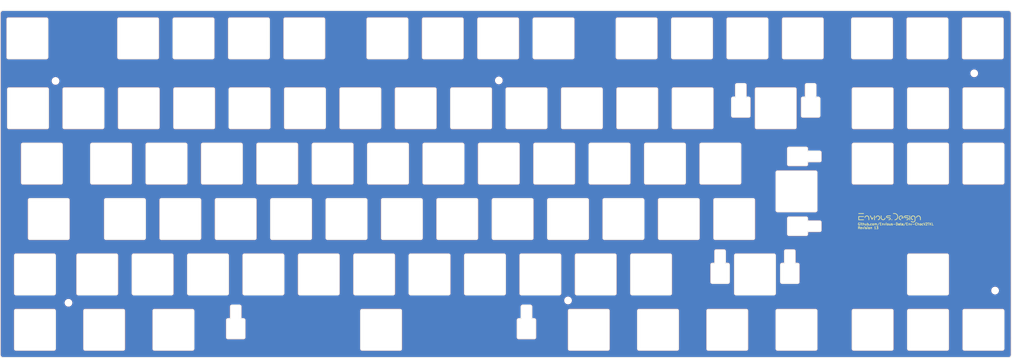
<source format=kicad_pcb>
(kicad_pcb (version 20221018) (generator pcbnew)
  (layers (0 "F.Cu" signal) (31 "B.Cu" signal) (34 "B.Paste" user) (35 "F.Paste" user) (36 "B.SilkS" user "B.Silkscreen") (37 "F.SilkS" user "F.Silkscreen") (38 "B.Mask" user) (39 "F.Mask" user) (44 "Edge.Cuts" user))
  (net 0 "")
  (footprint "MountingHole:MountingHole_2.2mm_M2" (layer "F.Cu") (at 375.3188 216.0017)
    (fp_text reference "H4" hide)
    (fp_text value "MountingHole_Pad" hide)
    (pad "" np_thru_hole circle (at 0 0) (size 2.2 2.2) (drill 2.2) (layers "*.Cu" "*.Mask"))
  )
  (footprint "MountingHole:MountingHole_2.2mm_M2" (layer "F.Cu") (at 368.1438 141.2767)
    (fp_text reference "H1" hide)
    (fp_text value "MountingHole_Pad" hide)
    (pad "" np_thru_hole circle (at 0 0) (size 2.2 2.2) (drill 2.2) (layers "*.Cu" "*.Mask"))
  )
  (footprint "MountingHole:MountingHole_2.2mm_M2" (layer "F.Cu") (at 52.1688 143.9017)
    (fp_text reference "H2" hide)
    (fp_text value "MountingHole_Pad" hide)
    (pad "" np_thru_hole circle (at 0 0) (size 2.2 2.2) (drill 2.2) (layers "*.Cu" "*.Mask"))
  )
  (footprint "MountingHole:MountingHole_2.2mm_M2" (layer "F.Cu") (at 56.6188 220.2017)
    (fp_text reference "H3" hide)
    (fp_text value "MountingHole_Pad" hide)
    (pad "" np_thru_hole circle (at 0 0) (size 2.2 2.2) (drill 2.2) (layers "*.Cu" "*.Mask"))
  )
  (footprint "kibuzzard-62517034" (layer "F.Cu") (at 339.025 190.975)
    (fp_text reference "kibuzzard-62517034" hide)
    (fp_text value "G***" hide)
  )
  (footprint "MountingHole:MountingHole_2.2mm_M2" (layer "F.Cu") (at 228.4388 219.4017)
    (fp_text reference "H6" hide)
    (fp_text value "MountingHole_Pad" hide)
    (pad "" np_thru_hole circle (at 0 0) (size 2.2 2.2) (drill 2.2) (layers "*.Cu" "*.Mask"))
  )
  (footprint "MountingHole:MountingHole_2.2mm_M2" (layer "F.Cu") (at 204.6388 143.7317)
    (fp_text reference "H5" hide)
    (fp_text value "MountingHole_Pad" hide)
    (pad "" np_thru_hole circle (at 0 0) (size 2.2 2.2) (drill 2.2) (layers "*.Cu" "*.Mask"))
  )
  (gr_arc (start 211.496497 232.548147) (mid 211.142944 232.4017) (end 210.996497 232.048147) (stroke (width 0.1)) (layer "Edge.Cuts"))
  (gr_line (start 206.365247 203.448147) (end 193.365247 203.448147) (stroke (width 0.1)) (layer "Edge.Cuts"))
  (gr_arc (start 264.015247 216.948147) (mid 263.8688 217.3017) (end 263.515247 217.448147) (stroke (width 0.1)) (layer "Edge.Cuts"))
  (gr_line (start 149.715247 216.948147) (end 149.715247 203.948147) (stroke (width 0.1)) (layer "Edge.Cuts"))
  (gr_line (start 278.0863 135.7517) (end 278.0863 122.7517) (stroke (width 0.1)) (layer "Edge.Cuts"))
  (gr_arc (start 144.952747 159.798147) (mid 144.8063 160.1517) (end 144.452747 160.298147) (stroke (width 0.1)) (layer "Edge.Cuts"))
  (gr_line (start 212.415247 217.448147) (end 225.415247 217.448147) (stroke (width 0.1)) (layer "Edge.Cuts"))
  (gr_line (start 198.127747 179.348147) (end 211.127747 179.348147) (stroke (width 0.1)) (layer "Edge.Cuts"))
  (gr_line (start 258.752747 146.298147) (end 245.752747 146.298147) (stroke (width 0.1)) (layer "Edge.Cuts"))
  (gr_arc (start 293.377747 160.298147) (mid 293.024194 160.1517) (end 292.877747 159.798147) (stroke (width 0.1)) (layer "Edge.Cuts"))
  (gr_line (start 304.471497 173.023147) (end 310.321497 173.023147) (stroke (width 0.1)) (layer "Edge.Cuts"))
  (gr_line (start 53.965247 165.348147) (end 40.965247 165.348147) (stroke (width 0.1)) (layer "Edge.Cuts"))
  (gr_arc (start 216.4613 122.7517) (mid 216.607747 122.398147) (end 216.9613 122.2517) (stroke (width 0.1)) (layer "Edge.Cuts"))
  (gr_line (start 211.4113 135.7517) (end 211.4113 122.7517) (stroke (width 0.1)) (layer "Edge.Cuts"))
  (gr_arc (start 202.890247 198.398147) (mid 202.536694 198.2517) (end 202.390247 197.898147) (stroke (width 0.1)) (layer "Edge.Cuts"))
  (gr_arc (start 315.027747 155.848147) (mid 314.8813 156.2017) (end 314.527747 156.348147) (stroke (width 0.1)) (layer "Edge.Cuts"))
  (gr_arc (start 178.8613 136.2517) (mid 178.507747 136.105253) (end 178.3613 135.7517) (stroke (width 0.1)) (layer "Edge.Cuts"))
  (gr_line (start 315.471497 195.173147) (end 315.471497 192.573147) (stroke (width 0.1)) (layer "Edge.Cuts"))
  (gr_line (start 78.565247 203.948147) (end 78.565247 216.948147) (stroke (width 0.1)) (layer "Edge.Cuts"))
  (gr_arc (start 192.865247 203.948147) (mid 193.011694 203.594594) (end 193.365247 203.448147) (stroke (width 0.1)) (layer "Edge.Cuts"))
  (gr_arc (start 183.340247 184.898147) (mid 183.486694 184.544594) (end 183.840247 184.398147) (stroke (width 0.1)) (layer "Edge.Cuts"))
  (gr_arc (start 51.583997 203.448147) (mid 51.93755 203.594594) (end 52.083997 203.948147) (stroke (width 0.1)) (layer "Edge.Cuts"))
  (gr_line (start 134.927747 165.348147) (end 121.927747 165.348147) (stroke (width 0.1)) (layer "Edge.Cuts"))
  (gr_arc (start 268.777747 178.848147) (mid 268.6313 179.2017) (end 268.277747 179.348147) (stroke (width 0.1)) (layer "Edge.Cuts"))
  (gr_arc (start 192.577747 178.848147) (mid 192.4313 179.2017) (end 192.077747 179.348147) (stroke (width 0.1)) (layer "Edge.Cuts"))
  (gr_line (start 210.9113 122.2517) (end 197.9113 122.2517) (stroke (width 0.1)) (layer "Edge.Cuts"))
  (gr_arc (start 154.477747 178.848147) (mid 154.3313 179.2017) (end 153.977747 179.348147) (stroke (width 0.1)) (layer "Edge.Cuts"))
  (gr_arc (start 378.315247 235.998147) (mid 378.1688 236.3517) (end 377.815247 236.498147) (stroke (width 0.1)) (layer "Edge.Cuts"))
  (gr_arc (start 286.077747 145.348147) (mid 286.224194 144.994594) (end 286.577747 144.848147) (stroke (width 0.1)) (layer "Edge.Cuts"))
  (gr_line (start 145.740247 198.398147) (end 158.740247 198.398147) (stroke (width 0.1)) (layer "Edge.Cuts"))
  (gr_line (start 225.415247 203.448147) (end 212.415247 203.448147) (stroke (width 0.1)) (layer "Edge.Cuts"))
  (gr_line (start 83.827747 179.348147) (end 96.827747 179.348147) (stroke (width 0.1)) (layer "Edge.Cuts"))
  (gr_arc (start 378.315247 178.848147) (mid 378.1688 179.2017) (end 377.815247 179.348147) (stroke (width 0.1)) (layer "Edge.Cuts"))
  (gr_arc (start 102.377747 165.848147) (mid 102.524194 165.494594) (end 102.877747 165.348147) (stroke (width 0.1)) (layer "Edge.Cuts"))
  (gr_arc (start 364.815247 236.498147) (mid 364.461694 236.3517) (end 364.315247 235.998147) (stroke (width 0.1)) (layer "Edge.Cuts"))
  (gr_line (start 131.452747 160.298147) (end 144.452747 160.298147) (stroke (width 0.1)) (layer "Edge.Cuts"))
  (gr_arc (start 85.708997 222.998147) (mid 85.855444 222.644594) (end 86.208997 222.498147) (stroke (width 0.1)) (layer "Edge.Cuts"))
  (gr_arc (start 345.265247 165.848147) (mid 345.411694 165.494594) (end 345.765247 165.348147) (stroke (width 0.1)) (layer "Edge.Cuts"))
  (gr_line (start 102.377747 165.848147) (end 102.377747 178.848147) (stroke (width 0.1)) (layer "Edge.Cuts"))
  (gr_line (start 339.715247 165.348147) (end 326.715247 165.348147) (stroke (width 0.1)) (layer "Edge.Cuts"))
  (gr_line (start 164.290247 184.898147) (end 164.290247 197.898147) (stroke (width 0.1)) (layer "Edge.Cuts"))
  (gr_line (start 64.277747 165.848147) (end 64.277747 178.848147) (stroke (width 0.1)) (layer "Edge.Cuts"))
  (gr_line (start 115.877747 165.348147) (end 102.877747 165.348147) (stroke (width 0.1)) (layer "Edge.Cuts"))
  (gr_arc (start 78.277747 178.848147) (mid 78.1313 179.2017) (end 77.777747 179.348147) (stroke (width 0.1)) (layer "Edge.Cuts"))
  (gr_line (start 88.590247 198.398147) (end 101.590247 198.398147) (stroke (width 0.1)) (layer "Edge.Cuts"))
  (gr_arc (start 314.971497 168.073147) (mid 315.32505 168.219594) (end 315.471497 168.573147) (stroke (width 0.1)) (layer "Edge.Cuts"))
  (gr_arc (start 289.708997 222.498147) (mid 290.06255 222.644594) (end 290.208997 222.998147) (stroke (width 0.1)) (layer "Edge.Cuts"))
  (gr_arc (start 74.0863 136.2517) (mid 73.732747 136.105253) (end 73.5863 135.7517) (stroke (width 0.1)) (layer "Edge.Cuts"))
  (gr_line (start 144.2363 122.2517) (end 131.2363 122.2517) (stroke (width 0.1)) (layer "Edge.Cuts"))
  (gr_line (start 290.208997 235.998147) (end 290.208997 222.998147) (stroke (width 0.1)) (layer "Edge.Cuts"))
  (gr_line (start 273.827747 165.848147) (end 273.827747 178.848147) (stroke (width 0.1)) (layer "Edge.Cuts"))
  (gr_arc (start 177.790247 184.398147) (mid 178.1438 184.544594) (end 178.290247 184.898147) (stroke (width 0.1)) (layer "Edge.Cuts"))
  (gr_line (start 131.2363 136.2517) (end 144.2363 136.2517) (stroke (width 0.1)) (layer "Edge.Cuts"))
  (gr_arc (start 144.7363 135.7517) (mid 144.589853 136.105253) (end 144.2363 136.2517) (stroke (width 0.1)) (layer "Edge.Cuts"))
  (gr_line (start 87.802747 159.798147) (end 87.802747 146.798147) (stroke (width 0.1)) (layer "Edge.Cuts"))
  (gr_line (start 130.952747 146.798147) (end 130.952747 159.798147) (stroke (width 0.1)) (layer "Edge.Cuts"))
  (gr_arc (start 217.177747 179.348147) (mid 216.824194 179.2017) (end 216.677747 178.848147) (stroke (width 0.1)) (layer "Edge.Cuts"))
  (gr_arc (start 206.365247 203.448147) (mid 206.7188 203.594594) (end 206.865247 203.948147) (stroke (width 0.1)) (layer "Edge.Cuts"))
  (gr_arc (start 111.615247 216.948147) (mid 111.4688 217.3017) (end 111.115247 217.448147) (stroke (width 0.1)) (layer "Edge.Cuts"))
  (gr_line (start 116.796497 225.698147) (end 115.946497 225.698147) (stroke (width 0.1)) (layer "Edge.Cuts"))
  (gr_line (start 268.777747 178.848147) (end 268.777747 165.848147) (stroke (width 0.1)) (layer "Edge.Cuts"))
  (gr_arc (start 263.515247 203.448147) (mid 263.8688 203.594594) (end 264.015247 203.948147) (stroke (width 0.1)) (layer "Edge.Cuts"))
  (gr_arc (start 292.590247 197.898147) (mid 292.4438 198.2517) (end 292.090247 198.398147) (stroke (width 0.1)) (layer "Edge.Cuts"))
  (gr_line (start 83.327747 165.848147) (end 83.327747 178.848147) (stroke (width 0.1)) (layer "Edge.Cuts"))
  (gr_line (start 75.896497 235.998147) (end 75.896497 222.998147) (stroke (width 0.1)) (layer "Edge.Cuts"))
  (gr_arc (start 112.346497 221.548147) (mid 112.492944 221.194594) (end 112.846497 221.048147) (stroke (width 0.1)) (layer "Edge.Cuts"))
  (gr_line (start 300.021497 222.998147) (end 300.021497 235.998147) (stroke (width 0.1)) (layer "Edge.Cuts"))
  (gr_line (start 310.077747 149.498147) (end 309.227747 149.498147) (stroke (width 0.1)) (layer "Edge.Cuts"))
  (gr_line (start 289.708997 222.498147) (end 276.708997 222.498147) (stroke (width 0.1)) (layer "Edge.Cuts"))
  (gr_arc (start 183.840247 198.398147) (mid 183.486694 198.2517) (end 183.340247 197.898147) (stroke (width 0.1)) (layer "Edge.Cuts"))
  (gr_arc (start 304.471497 173.023147) (mid 304.117944 172.8767) (end 303.971497 172.523147) (stroke (width 0.1)) (layer "Edge.Cuts"))
  (gr_line (start 111.6863 122.7517) (end 111.6863 135.7517) (stroke (width 0.1)) (layer "Edge.Cuts"))
  (gr_line (start 358.765247 146.298147) (end 345.765247 146.298147) (stroke (width 0.1)) (layer "Edge.Cuts"))
  (gr_arc (start 54.465247 178.848147) (mid 54.3188 179.2017) (end 53.965247 179.348147) (stroke (width 0.1)) (layer "Edge.Cuts"))
  (gr_arc (start 206.865247 216.948147) (mid 206.7188 217.3017) (end 206.365247 217.448147) (stroke (width 0.1)) (layer "Edge.Cuts"))
  (gr_line (start 313.521497 174.873147) (end 300.521497 174.873147) (stroke (width 0.1)) (layer "Edge.Cuts"))
  (gr_line (start 266.396497 235.998147) (end 266.396497 222.998147) (stroke (width 0.1)) (layer "Edge.Cuts"))
  (gr_arc (start 99.708997 235.998147) (mid 99.56255 236.3517) (end 99.208997 236.498147) (stroke (width 0.1)) (layer "Edge.Cuts"))
  (gr_line (start 192.077747 165.348147) (end 179.077747 165.348147) (stroke (width 0.1)) (layer "Edge.Cuts"))
  (gr_arc (start 244.465247 203.448147) (mid 244.8188 203.594594) (end 244.965247 203.948147) (stroke (width 0.1)) (layer "Edge.Cuts"))
  (gr_arc (start 358.765247 222.498147) (mid 359.1188 222.644594) (end 359.265247 222.998147) (stroke (width 0.1)) (layer "Edge.Cuts"))
  (gr_line (start 115.946497 225.698147) (end 115.946497 221.548147) (stroke (width 0.1)) (layer "Edge.Cuts"))
  (gr_line (start 59.515247 203.948147) (end 59.515247 216.948147) (stroke (width 0.1)) (layer "Edge.Cuts"))
  (gr_line (start 112.346497 225.698147) (end 111.496497 225.698147) (stroke (width 0.1)) (layer "Edge.Cuts"))
  (gr_line (start 358.765247 165.348147) (end 345.765247 165.348147) (stroke (width 0.1)) (layer "Edge.Cuts"))
  (gr_line (start 268.277747 165.348147) (end 255.277747 165.348147) (stroke (width 0.1)) (layer "Edge.Cuts"))
  (gr_line (start 191.8613 122.2517) (end 178.8613 122.2517) (stroke (width 0.1)) (layer "Edge.Cuts"))
  (gr_line (start 217.296497 232.048147) (end 217.296497 226.198147) (stroke (width 0.1)) (layer "Edge.Cuts"))
  (gr_line (start 303.971497 167.223147) (end 303.971497 172.523147) (stroke (width 0.1)) (layer "Edge.Cuts"))
  (gr_line (start 192.577747 178.848147) (end 192.577747 165.848147) (stroke (width 0.1)) (layer "Edge.Cuts"))
  (gr_line (start 135.715247 203.948147) (end 135.715247 216.948147) (stroke (width 0.1)) (layer "Edge.Cuts"))
  (gr_line (start 92.065247 203.448147) (end 79.065247 203.448147) (stroke (width 0.1)) (layer "Edge.Cuts"))
  (gr_line (start 125.6863 135.7517) (end 125.6863 122.7517) (stroke (width 0.1)) (layer "Edge.Cuts"))
  (gr_arc (start 359.265247 216.948147) (mid 359.1188 217.3017) (end 358.765247 217.448147) (stroke (width 0.1)) (layer "Edge.Cuts"))
  (gr_line (start 56.346497 184.398147) (end 43.346497 184.398147) (stroke (width 0.1)) (layer "Edge.Cuts"))
  (gr_line (start 174.315247 217.448147) (end 187.315247 217.448147) (stroke (width 0.1)) (layer "Edge.Cuts"))
  (gr_arc (start 339.715247 165.348147) (mid 340.0688 165.494594) (end 340.215247 165.848147) (stroke (width 0.1)) (layer "Edge.Cuts"))
  (gr_arc (start 345.765247 179.348147) (mid 345.411694 179.2017) (end 345.265247 178.848147) (stroke (width 0.1)) (layer "Edge.Cuts"))
  (gr_line (start 157.646497 236.498147) (end 170.646497 236.498147) (stroke (width 0.1)) (layer "Edge.Cuts"))
  (gr_arc (start 82.540247 184.398147) (mid 82.8938 184.544594) (end 83.040247 184.898147) (stroke (width 0.1)) (layer "Edge.Cuts"))
  (gr_arc (start 87.5863 135.7517) (mid 87.439853 136.105253) (end 87.0863 136.2517) (stroke (width 0.1)) (layer "Edge.Cuts"))
  (gr_arc (start 307.883997 212.998147) (mid 307.73755 213.3517) (end 307.383997 213.498147) (stroke (width 0.1)) (layer "Edge.Cuts"))
  (gr_line (start 111.115247 203.448147) (end 98.115247 203.448147) (stroke (width 0.1)) (layer "Edge.Cuts"))
  (gr_line (start 159.527747 165.848147) (end 159.527747 178.848147) (stroke (width 0.1)) (layer "Edge.Cuts"))
  (gr_arc (start 197.9113 136.2517) (mid 197.557747 136.105253) (end 197.4113 135.7517) (stroke (width 0.1)) (layer "Edge.Cuts"))
  (gr_line (start 211.496497 232.548147) (end 216.796497 232.548147) (stroke (width 0.1)) (layer "Edge.Cuts"))
  (gr_line (start 150.502747 160.298147) (end 163.502747 160.298147) (stroke (width 0.1)) (layer "Edge.Cuts"))
  (gr_arc (start 310.321497 166.723147) (mid 310.67505 166.869594) (end 310.821497 167.223147) (stroke (width 0.1)) (layer "Edge.Cuts"))
  (gr_line (start 283.6363 136.2517) (end 296.6363 136.2517) (stroke (width 0.1)) (layer "Edge.Cuts"))
  (gr_arc (start 192.077747 165.348147) (mid 192.4313 165.494594) (end 192.577747 165.848147) (stroke (width 0.1)) (layer "Edge.Cuts"))
  (gr_line (start 259.0363 135.7517) (end 259.0363 122.7517) (stroke (width 0.1)) (layer "Edge.Cuts"))
  (gr_arc (start 92.6363 122.7517) (mid 92.782747 122.398147) (end 93.1363 122.2517) (stroke (width 0.1)) (layer "Edge.Cuts"))
  (gr_arc (start 157.146497 222.998147) (mid 157.292944 222.644594) (end 157.646497 222.498147) (stroke (width 0.1)) (layer "Edge.Cuts"))
  (gr_line (start 284.727747 149.998147) (end 284.727747 155.848147) (stroke (width 0.1)) (layer "Edge.Cuts"))
  (gr_line (start 326.715247 179.348147) (end 339.715247 179.348147) (stroke (width 0.1)) (layer "Edge.Cuts"))
  (gr_arc (start 300.021497 175.373147) (mid 300.167944 175.019594) (end 300.521497 174.873147) (stroke (width 0.1)) (layer "Edge.Cuts"))
  (gr_line (start 300.521497 236.498147) (end 313.521497 236.498147) (stroke (width 0.1)) (layer "Edge.Cuts"))
  (gr_line (start 377.815247 146.298147) (end 364.815247 146.298147) (stroke (width 0.1)) (layer "Edge.Cuts"))
  (gr_arc (start 51.583997 222.498147) (mid 51.93755 222.644594) (end 52.083997 222.998147) (stroke (width 0.1)) (layer "Edge.Cuts"))
  (gr_line (start 82.540247 184.398147) (end 69.540247 184.398147) (stroke (width 0.1)) (layer "Edge.Cuts"))
  (gr_arc (start 60.015247 217.448147) (mid 59.661694 217.3017) (end 59.515247 216.948147) (stroke (width 0.1)) (layer "Edge.Cuts"))
  (gr_line (start 159.240247 197.898147) (end 159.240247 184.898147) (stroke (width 0.1)) (layer "Edge.Cuts"))
  (gr_arc (start 285.733997 203.948147) (mid 285.880444 203.594594) (end 286.233997 203.448147) (stroke (width 0.1)) (layer "Edge.Cuts"))
  (gr_arc (start 38.083997 203.948147) (mid 38.230444 203.594594) (end 38.583997 203.448147) (stroke (width 0.1)) (layer "Edge.Cuts"))
  (gr_line (start 282.533997 206.648147) (end 282.533997 202.498147) (stroke (width 0.1)) (layer "Edge.Cuts"))
  (gr_line (start 38.083997 203.948147) (end 38.083997 216.948147) (stroke (width 0.1)) (layer "Edge.Cuts"))
  (gr_line (start 173.027747 165.348147) (end 160.027747 165.348147) (stroke (width 0.1)) (layer "Edge.Cuts"))
  (gr_line (start 345.265247 222.998147) (end 345.265247 235.998147) (stroke (width 0.1)) (layer "Edge.Cuts"))
  (gr_arc (start 211.4113 135.7517) (mid 211.264853 136.105253) (end 210.9113 136.2517) (stroke (width 0.1)) (layer "Edge.Cuts"))
  (gr_line (start 221.440247 184.898147) (end 221.440247 197.898147) (stroke (width 0.1)) (layer "Edge.Cuts"))
  (gr_arc (start 38.583997 217.448147) (mid 38.230444 217.3017) (end 38.083997 216.948147) (stroke (width 0.1)) (layer "Edge.Cuts"))
  (gr_line (start 240.202747 159.798147) (end 240.202747 146.798147) (stroke (width 0.1)) (layer "Edge.Cuts"))
  (gr_arc (start 254.777747 165.848147) (mid 254.924194 165.494594) (end 255.277747 165.348147) (stroke (width 0.1)) (layer "Edge.Cuts"))
  (gr_arc (start 245.752747 160.298147) (mid 245.399194 160.1517) (end 245.252747 159.798147) (stroke (width 0.1)) (layer "Edge.Cuts"))
  (gr_line (start 135.427747 178.848147) (end 135.427747 165.848147) (stroke (width 0.1)) (layer "Edge.Cuts"))
  (gr_line (start 79.065247 217.448147) (end 92.065247 217.448147) (stroke (width 0.1)) (layer "Edge.Cuts"))
  (gr_line (start 86.208997 236.498147) (end 99.208997 236.498147) (stroke (width 0.1)) (layer "Edge.Cuts"))
  (gr_line (start 211.127747 165.348147) (end 198.127747 165.348147) (stroke (width 0.1)) (layer "Edge.Cuts"))
  (gr_line (start 116.665247 203.948147) (end 116.665247 216.948147) (stroke (width 0.1)) (layer "Edge.Cuts"))
  (gr_line (start 377.815247 165.348147) (end 364.815247 165.348147) (stroke (width 0.1)) (layer "Edge.Cuts"))
  (gr_arc (start 300.521497 236.498147) (mid 300.167944 236.3517) (end 300.021497 235.998147) (stroke (width 0.1)) (layer "Edge.Cuts"))
  (gr_line (start 160.027747 179.348147) (end 173.027747 179.348147) (stroke (width 0.1)) (layer "Edge.Cuts"))
  (gr_line (start 364.815247 160.298147) (end 377.815247 160.298147) (stroke (width 0.1)) (layer "Edge.Cuts"))
  (gr_arc (start 314.021497 235.998147) (mid 313.87505 236.3517) (end 313.521497 236.498147) (stroke (width 0.1)) (layer "Edge.Cuts"))
  (gr_line (start 35.702747 146.798147) (end 35.702747 159.798147) (stroke (width 0.1)) (layer "Edge.Cuts"))
  (gr_line (start 339.4988 122.2517) (end 326.4988 122.2517) (stroke (width 0.1)) (layer "Edge.Cuts"))
  (gr_line (start 116.377747 178.848147) (end 116.377747 165.848147) (stroke (width 0.1)) (layer "Edge.Cuts"))
  (gr_arc (start 254.490247 197.898147) (mid 254.3438 198.2517) (end 253.990247 198.398147) (stroke (width 0.1)) (layer "Edge.Cuts"))
  (gr_arc (start 136.215247 217.448147) (mid 135.861694 217.3017) (end 135.715247 216.948147) (stroke (width 0.1)) (layer "Edge.Cuts"))
  (gr_line (start 300.521497 188.873147) (end 313.521497 188.873147) (stroke (width 0.1)) (layer "Edge.Cuts"))
  (gr_arc (start 153.977747 165.348147) (mid 154.3313 165.494594) (end 154.477747 165.848147) (stroke (width 0.1)) (layer "Edge.Cuts"))
  (gr_line (start 229.083997 236.498147) (end 242.083997 236.498147) (stroke (width 0.1)) (layer "Edge.Cuts"))
  (gr_arc (start 56.846497 197.898147) (mid 56.70005 198.2517) (end 56.346497 198.398147) (stroke (width 0.1)) (layer "Edge.Cuts"))
  (gr_line (start 274.327747 179.348147) (end 287.327747 179.348147) (stroke (width 0.1)) (layer "Edge.Cuts"))
  (gr_line (start 233.07 119.6) (end 379.92 119.6) (stroke (width 0.1)) (layer "Edge.Cuts"))
  (gr_line (start 230.965247 203.948147) (end 230.965247 216.948147) (stroke (width 0.1)) (layer "Edge.Cuts"))
  (gr_line (start 178.3613 122.7517) (end 178.3613 135.7517) (stroke (width 0.1)) (layer "Edge.Cuts"))
  (gr_arc (start 38.583997 236.498147) (mid 38.230444 236.3517) (end 38.083997 235.998147) (stroke (width 0.1)) (layer "Edge.Cuts"))
  (gr_line (start 249.727747 178.848147) (end 249.727747 165.848147) (stroke (width 0.1)) (layer "Edge.Cuts"))
  (gr_arc (start 83.040247 197.898147) (mid 82.8938 198.2517) (end 82.540247 198.398147) (stroke (width 0.1)) (layer "Edge.Cuts"))
  (gr_line (start 234.940247 184.398147) (end 221.940247 184.398147) (stroke (width 0.1)) (layer "Edge.Cuts"))
  (gr_line (start 172.8113 122.2517) (end 159.8113 122.2517) (stroke (width 0.1)) (layer "Edge.Cuts"))
  (gr_line (start 34.125 239.1) (end 379.925 239.1) (stroke (width 0.1)) (layer "Edge.Cuts"))
  (gr_arc (start 299.733997 216.948147) (mid 299.58755 217.3017) (end 299.233997 217.448147) (stroke (width 0.1)) (layer "Edge.Cuts"))
  (gr_arc (start 245.0363 122.7517) (mid 245.182747 122.398147) (end 245.5363 122.2517) (stroke (width 0.1)) (layer "Edge.Cuts"))
  (gr_arc (start 220.652747 146.298147) (mid 221.0063 146.444594) (end 221.152747 146.798147) (stroke (width 0.1)) (layer "Edge.Cuts"))
  (gr_arc (start 339.9988 135.7517) (mid 339.852353 136.105253) (end 339.4988 136.2517) (stroke (width 0.1)) (layer "Edge.Cuts"))
  (gr_arc (start 106.352747 146.298147) (mid 106.7063 146.444594) (end 106.852747 146.798147) (stroke (width 0.1)) (layer "Edge.Cuts"))
  (gr_line (start 188.602747 160.298147) (end 201.602747 160.298147) (stroke (width 0.1)) (layer "Edge.Cuts"))
  (gr_arc (start 325.9988 122.7517) (mid 326.145247 122.398147) (end 326.4988 122.2517) (stroke (width 0.1)) (layer "Edge.Cuts"))
  (gr_line (start 112.1863 136.2517) (end 125.1863 136.2517) (stroke (width 0.1)) (layer "Edge.Cuts"))
  (gr_arc (start 92.565247 216.948147) (mid 92.4188 217.3017) (end 92.065247 217.448147) (stroke (width 0.1)) (layer "Edge.Cuts"))
  (gr_arc (start 345.265247 203.948147) (mid 345.411694 203.594594) (end 345.765247 203.448147) (stroke (width 0.1)) (layer "Edge.Cuts"))
  (gr_line (start 339.9988 135.7517) (end 339.9988 122.7517) (stroke (width 0.1)) (layer "Edge.Cuts"))
  (gr_arc (start 345.0488 122.7517) (mid 345.195247 122.398147) (end 345.5488 122.2517) (stroke (width 0.1)) (layer "Edge.Cuts"))
  (gr_line (start 193.365247 217.448147) (end 206.365247 217.448147) (stroke (width 0.1)) (layer "Edge.Cuts"))
  (gr_line (start 73.515247 216.948147) (end 73.515247 203.948147) (stroke (width 0.1)) (layer "Edge.Cuts"))
  (gr_arc (start 358.765247 203.448147) (mid 359.1188 203.594594) (end 359.265247 203.948147) (stroke (width 0.1)) (layer "Edge.Cuts"))
  (gr_arc (start 33.125 120.6) (mid 33.417893 119.892893) (end 34.125 119.6) (stroke (width 0.1)) (layer "Edge.Cuts"))
  (gr_arc (start 74.302747 160.298147) (mid 73.949194 160.1517) (end 73.802747 159.798147) (stroke (width 0.1)) (layer "Edge.Cuts"))
  (gr_line (start 207.652747 160.298147) (end 220.652747 160.298147) (stroke (width 0.1)) (layer "Edge.Cuts"))
  (gr_line (start 296.6363 122.2517) (end 283.6363 122.2517) (stroke (width 0.1)) (layer "Edge.Cuts"))
  (gr_line (start 169.052747 146.798147) (end 169.052747 159.798147) (stroke (width 0.1)) (layer "Edge.Cuts"))
  (gr_line (start 302.1863 122.7517) (end 302.1863 135.7517) (stroke (width 0.1)) (layer "Edge.Cuts"))
  (gr_line (start 301.583997 207.148147) (end 301.583997 212.998147) (stroke (width 0.1)) (layer "Edge.Cuts"))
  (gr_arc (start 197.340247 197.898147) (mid 197.1938 198.2517) (end 196.840247 198.398147) (stroke (width 0.1)) (layer "Edge.Cuts"))
  (gr_line (start 289.677747 149.498147) (end 289.677747 145.348147) (stroke (width 0.1)) (layer "Edge.Cuts"))
  (gr_line (start 42.846497 184.898147) (end 42.846497 197.898147) (stroke (width 0.1)) (layer "Edge.Cuts"))
  (gr_line (start 273.040247 184.398147) (end 260.040247 184.398147) (stroke (width 0.1)) (layer "Edge.Cuts"))
  (gr_line (start 242.583997 235.998147) (end 242.583997 222.998147) (stroke (width 0.1)) (layer "Edge.Cuts"))
  (gr_arc (start 226.702747 160.298147) (mid 226.349194 160.1517) (end 226.202747 159.798147) (stroke (width 0.1)) (layer "Edge.Cuts"))
  (gr_arc (start 359.0488 135.7517) (mid 358.902353 136.105253) (end 358.5488 136.2517) (stroke (width 0.1)) (layer "Edge.Cuts"))
  (gr_line (start 302.6863 136.2517) (end 315.6863 136.2517) (stroke (width 0.1)) (layer "Edge.Cuts"))
  (gr_arc (start 379.92 119.6) (mid 380.627107 119.892893) (end 380.92 120.6) (stroke (width 0.1)) (layer "Edge.Cuts"))
  (gr_line (start 225.915247 216.948147) (end 225.915247 203.948147) (stroke (width 0.1)) (layer "Edge.Cuts"))
  (gr_line (start 250.015247 203.948147) (end 250.015247 216.948147) (stroke (width 0.1)) (layer "Edge.Cuts"))
  (gr_line (start 85.708997 222.998147) (end 85.708997 235.998147) (stroke (width 0.1)) (layer "Edge.Cuts"))
  (gr_arc (start 211.127747 165.348147) (mid 211.4813 165.494594) (end 211.627747 165.848147) (stroke (width 0.1)) (layer "Edge.Cuts"))
  (gr_line (start 244.965247 216.948147) (end 244.965247 203.948147) (stroke (width 0.1)) (layer "Edge.Cuts"))
  (gr_line (start 168.265247 203.448147) (end 155.265247 203.448147) (stroke (width 0.1)) (layer "Edge.Cuts"))
  (gr_arc (start 315.471497 171.173147) (mid 315.32505 171.5267) (end 314.971497 171.673147) (stroke (width 0.1)) (layer "Edge.Cuts"))
  (gr_line (start 220.652747 146.298147) (end 207.652747 146.298147) (stroke (width 0.1)) (layer "Edge.Cuts"))
  (gr_arc (start 276.708997 236.498147) (mid 276.355444 236.3517) (end 276.208997 235.998147) (stroke (width 0.1)) (layer "Edge.Cuts"))
  (gr_line (start 69.040247 184.898147) (end 69.040247 197.898147) (stroke (width 0.1)) (layer "Edge.Cuts"))
  (gr_arc (start 340.215247 235.998147) (mid 340.0688 236.3517) (end 339.715247 236.498147) (stroke (width 0.1)) (layer "Edge.Cuts"))
  (gr_line (start 188.102747 146.798147) (end 188.102747 159.798147) (stroke (width 0.1)) (layer "Edge.Cuts"))
  (gr_arc (start 134.927747 165.348147) (mid 135.2813 165.494594) (end 135.427747 165.848147) (stroke (width 0.1)) (layer "Edge.Cuts"))
  (gr_line (start 117.165247 217.448147) (end 130.165247 217.448147) (stroke (width 0.1)) (layer "Edge.Cuts"))
  (gr_arc (start 345.765247 160.298147) (mid 345.411694 160.1517) (end 345.265247 159.798147) (stroke (width 0.1)) (layer "Edge.Cuts"))
  (gr_line (start 211.627747 178.848147) (end 211.627747 165.848147) (stroke (width 0.1)) (layer "Edge.Cuts"))
  (gr_line (start 264.015247 216.948147) (end 264.015247 203.948147) (stroke (width 0.1)) (layer "Edge.Cuts"))
  (gr_arc (start 215.446497 221.048147) (mid 215.80005 221.194594) (end 215.946497 221.548147) (stroke (width 0.1)) (layer "Edge.Cuts"))
  (gr_line (start 292.877747 146.798147) (end 292.877747 159.798147) (stroke (width 0.1)) (layer "Edge.Cuts"))
  (gr_arc (start 178.577747 165.848147) (mid 178.724194 165.494594) (end 179.077747 165.348147) (stroke (width 0.1)) (layer "Edge.Cuts"))
  (gr_arc (start 150.502747 160.298147) (mid 150.149194 160.1517) (end 150.002747 159.798147) (stroke (width 0.1)) (layer "Edge.Cuts"))
  (gr_arc (start 314.021497 188.373147) (mid 313.87505 188.7267) (end 313.521497 188.873147) (stroke (width 0.1)) (layer "Edge.Cuts"))
  (gr_arc (start 217.296497 232.048147) (mid 217.15005 232.4017) (end 216.796497 232.548147) (stroke (width 0.1)) (layer "Edge.Cuts"))
  (gr_arc (start 59.515247 203.948147) (mid 59.661694 203.594594) (end 60.015247 203.448147) (stroke (width 0.1)) (layer "Edge.Cuts"))
  (gr_arc (start 240.490247 184.898147) (mid 240.636694 184.544594) (end 240.990247 184.398147) (stroke (width 0.1)) (layer "Edge.Cuts"))
  (gr_line (start 250.515247 217.448147) (end 263.515247 217.448147) (stroke (width 0.1)) (layer "Edge.Cuts"))
  (gr_arc (start 178.3613 122.7517) (mid 178.507747 122.398147) (end 178.8613 122.2517) (stroke (width 0.1)) (layer "Edge.Cuts"))
  (gr_arc (start 201.602747 146.298147) (mid 201.9563 146.444594) (end 202.102747 146.798147) (stroke (width 0.1)) (layer "Edge.Cuts"))
  (gr_line (start 283.383997 206.648147) (end 282.533997 206.648147) (stroke (width 0.1)) (layer "Edge.Cuts"))
  (gr_line (start 310.821497 172.523147) (end 310.821497 171.673147) (stroke (width 0.1)) (layer "Edge.Cuts"))
  (gr_arc (start 107.640247 198.398147) (mid 107.286694 198.2517) (end 107.140247 197.898147) (stroke (width 0.1)) (layer "Edge.Cuts"))
  (gr_line (start 378.315247 178.848147) (end 378.315247 165.848147) (stroke (width 0.1)) (layer "Edge.Cuts"))
  (gr_line (start 221.152747 159.798147) (end 221.152747 146.798147) (stroke (width 0.1)) (layer "Edge.Cuts"))
  (gr_arc (start 273.540247 197.898147) (mid 273.3938 198.2517) (end 273.040247 198.398147) (stroke (width 0.1)) (layer "Edge.Cuts"))
  (gr_line (start 310.821497 192.073147) (end 310.821497 191.223147) (stroke (width 0.1)) (layer "Edge.Cuts"))
  (gr_arc (start 229.9613 122.2517) (mid 230.314853 122.398147) (end 230.4613 122.7517) (stroke (width 0.1)) (layer "Edge.Cuts"))
  (gr_arc (start 230.4613 135.7517) (mid 230.314853 136.105253) (end 229.9613 136.2517) (stroke (width 0.1)) (layer "Edge.Cuts"))
  (gr_line (start 93.352747 160.298147) (end 106.352747 160.298147) (stroke (width 0.1)) (layer "Edge.Cuts"))
  (gr_line (start 52.083997 216.948147) (end 52.083997 203.948147) (stroke (width 0.1)) (layer "Edge.Cuts"))
  (gr_line (start 302.933997 206.648147) (end 302.083997 206.648147) (stroke (width 0.1)) (layer "Edge.Cuts"))
  (gr_arc (start 289.177747 144.848147) (mid 289.5313 144.994594) (end 289.677747 145.348147) (stroke (width 0.1)) (layer "Edge.Cuts"))
  (gr_arc (start 160.027747 179.348147) (mid 159.674194 179.2017) (end 159.527747 178.848147) (stroke (width 0.1)) (layer "Edge.Cuts"))
  (gr_line (start 258.5363 122.2517) (end 245.5363 122.2517) (stroke (width 0.1)) (layer "Edge.Cuts"))
  (gr_arc (start 310.821497 172.523147) (mid 310.67505 172.8767) (end 310.321497 173.023147) (stroke (width 0.1)) (layer "Edge.Cuts"))
  (gr_arc (start 131.452747 160.298147) (mid 131.099194 160.1517) (end 130.952747 159.798147) (stroke (width 0.1)) (layer "Edge.Cuts"))
  (gr_arc (start 253.990247 184.398147) (mid 254.3438 184.544594) (end 254.490247 184.898147) (stroke (width 0.1)) (layer "Edge.Cuts"))
  (gr_line (start 291.027747 155.848147) (end 291.027747 149.998147) (stroke (width 0.1)) (layer "Edge.Cuts"))
  (gr_arc (start 53.965247 165.348147) (mid 54.3188 165.494594) (end 54.465247 165.848147) (stroke (width 0.1)) (layer "Edge.Cuts"))
  (gr_line (start 111.615247 216.948147) (end 111.615247 203.948147) (stroke (width 0.1)) (layer "Edge.Cuts"))
  (gr_line (start 125.902747 159.798147) (end 125.902747 146.798147) (stroke (width 0.1)) (layer "Edge.Cuts"))
  (gr_line (start 216.796497 225.698147) (end 215.946497 225.698147) (stroke (width 0.1)) (layer "Edge.Cuts"))
  (gr_line (start 287.327747 165.348147) (end 274.327747 165.348147) (stroke (width 0.1)) (layer "Edge.Cuts"))
  (gr_arc (start 264.302747 146.798147) (mid 264.449194 146.444594) (end 264.802747 146.298147) (stroke (width 0.1)) (layer "Edge.Cuts"))
  (gr_line (start 377.815247 222.498147) (end 364.815247 222.498147) (stroke (width 0.1)) (layer "Edge.Cuts"))
  (gr_line (start 302.083997 213.498147) (end 307.383997 213.498147) (stroke (width 0.1)) (layer "Edge.Cuts"))
  (gr_arc (start 308.727747 149.998147) (mid 308.874194 149.644594) (end 309.227747 149.498147) (stroke (width 0.1)) (layer "Edge.Cuts"))
  (gr_line (start 264.802747 160.298147) (end 277.802747 160.298147) (stroke (width 0.1)) (layer "Edge.Cuts"))
  (gr_arc (start 169.052747 146.798147) (mid 169.199194 146.444594) (end 169.552747 146.298147) (stroke (width 0.1)) (layer "Edge.Cuts"))
  (gr_line (start 178.8613 136.2517) (end 191.8613 136.2517) (stroke (width 0.1)) (layer "Edge.Cuts"))
  (gr_line (start 278.590247 184.898147) (end 278.590247 197.898147) (stroke (width 0.1)) (layer "Edge.Cuts"))
  (gr_line (start 235.727747 165.848147) (end 235.727747 178.848147) (stroke (width 0.1)) (layer "Edge.Cuts"))
  (gr_arc (start 326.715247 236.498147) (mid 326.361694 236.3517) (end 326.215247 235.998147) (stroke (width 0.1)) (layer "Edge.Cuts"))
  (gr_line (start 49.702747 159.798147) (end 49.702747 146.798147) (stroke (width 0.1)) (layer "Edge.Cuts"))
  (gr_arc (start 277.802747 146.298147) (mid 278.1563 146.444594) (end 278.302747 146.798147) (stroke (width 0.1)) (layer "Edge.Cuts"))
  (gr_line (start 345.265247 165.848147) (end 345.265247 178.848147) (stroke (width 0.1)) (layer "Edge.Cuts"))
  (gr_arc (start 283.1363 122.7517) (mid 283.282747 122.398147) (end 283.6363 122.2517) (stroke (width 0.1)) (layer "Edge.Cuts"))
  (gr_line (start 210.996497 226.198147) (end 210.996497 232.048147) (stroke (width 0.1)) (layer "Edge.Cuts"))
  (gr_line (start 155.265247 217.448147) (end 168.265247 217.448147) (stroke (width 0.1)) (layer "Edge.Cuts"))
  (gr_arc (start 35.4863 122.7517) (mid 35.632747 122.398147) (end 35.9863 122.2517) (stroke (width 0.1)) (layer "Edge.Cuts"))
  (gr_line (start 313.677747 149.498147) (end 313.677747 145.348147) (stroke (width 0.1)) (layer "Edge.Cuts"))
  (gr_line (start 245.0363 122.7517) (end 245.0363 135.7517) (stroke (width 0.1)) (layer "Edge.Cuts"))
  (gr_arc (start 131.2363 136.2517) (mid 130.882747 136.105253) (end 130.7363 135.7517) (stroke (width 0.1)) (layer "Edge.Cuts"))
  (gr_arc (start 240.202747 159.798147) (mid 240.0563 160.1517) (end 239.702747 160.298147) (stroke (width 0.1)) (layer "Edge.Cuts"))
  (gr_line (start 177.790247 184.398147) (end 164.790247 184.398147) (stroke (width 0.1)) (layer "Edge.Cuts"))
  (gr_arc (start 364.0988 122.7517) (mid 364.245247 122.398147) (end 364.5988 122.2517) (stroke (width 0.1)) (layer "Edge.Cuts"))
  (gr_line (start 149.215247 203.448147) (end 136.215247 203.448147) (stroke (width 0.1)) (layer "Edge.Cuts"))
  (gr_line (start 111.496497 232.548147) (end 116.796497 232.548147) (stroke (width 0.1)) (layer "Edge.Cuts"))
  (gr_line (start 364.315247 222.998147) (end 364.315247 235.998147) (stroke (width 0.1)) (layer "Edge.Cuts"))
  (gr_arc (start 359.265247 159.798147) (mid 359.1188 160.1517) (end 358.765247 160.298147) (stroke (width 0.1)) (layer "Edge.Cuts"))
  (gr_arc (start 278.933997 202.498147) (mid 279.080444 202.144594) (end 279.433997 201.998147) (stroke (width 0.1)) (layer "Edge.Cuts"))
  (gr_arc (start 106.852747 159.798147) (mid 106.7063 160.1517) (end 106.352747 160.298147) (stroke (width 0.1)) (layer "Edge.Cuts"))
  (gr_line (start 242.083997 222.498147) (end 229.083997 222.498147) (stroke (width 0.1)) (layer "Edge.Cuts"))
  (gr_line (start 140.977747 179.348147) (end 153.977747 179.348147) (stroke (width 0.1)) (layer "Edge.Cuts"))
  (gr_arc (start 117.296497 232.048147) (mid 117.15005 232.4017) (end 116.796497 232.548147) (stroke (width 0.1)) (layer "Edge.Cuts"))
  (gr_line (start 310.821497 168.073147) (end 310.821497 167.223147) (stroke (width 0.1)) (layer "Edge.Cuts"))
  (gr_arc (start 278.0863 135.7517) (mid 277.939853 136.105253) (end 277.5863 136.2517) (stroke (width 0.1)) (layer "Edge.Cuts"))
  (gr_line (start 277.583997 207.148147) (end 277.583997 212.998147) (stroke (width 0.1)) (layer "Edge.Cuts"))
  (gr_line (start 364.815247 236.498147) (end 377.815247 236.498147) (stroke (width 0.1)) (layer "Edge.Cuts"))
  (gr_arc (start 150.002747 146.798147) (mid 150.149194 146.444594) (end 150.502747 146.298147) (stroke (width 0.1)) (layer "Edge.Cuts"))
  (gr_line (start 110.996497 226.198147) (end 110.996497 232.048147) (stroke (width 0.1)) (layer "Edge.Cuts"))
  (gr_line (start 314.021497 235.998147) (end 314.021497 222.998147) (stroke (width 0.1)) (layer "Edge.Cuts"))
  (gr_arc (start 193.365247 217.448147) (mid 193.011694 217.3017) (end 192.865247 216.948147) (stroke (width 0.1)) (layer "Edge.Cuts"))
  (gr_line (start 51.583997 203.448147) (end 38.583997 203.448147) (stroke (width 0.1)) (layer "Edge.Cuts"))
  (gr_arc (start 111.902747 146.798147) (mid 112.049194 146.444594) (end 112.402747 146.298147) (stroke (width 0.1)) (layer "Edge.Cuts"))
  (gr_arc (start 52.083997 216.948147) (mid 51.93755 217.3017) (end 51.583997 217.448147) (stroke (width 0.1)) (layer "Edge.Cuts"))
  (gr_arc (start 92.852747 146.798147) (mid 92.999194 146.444594) (end 93.352747 146.298147) (stroke (width 0.1)) (layer "Edge.Cuts"))
  (gr_arc (start 231.465247 217.448147) (mid 231.111694 217.3017) (end 230.965247 216.948147) (stroke (width 0.1)) (layer "Edge.Cuts"))
  (gr_line (start 230.177747 165.348147) (end 217.177747 165.348147) (stroke (width 0.1)) (layer "Edge.Cuts"))
  (gr_line (start 339.715247 146.298147) (end 326.715247 146.298147) (stroke (width 0.1)) (layer "Edge.Cuts"))
  (gr_line (start 126.690247 198.398147) (end 139.690247 198.398147) (stroke (width 0.1)) (layer "Edge.Cuts"))
  (gr_line (start 286.077747 145.348147) (end 286.077747 149.498147) (stroke (width 0.1)) (layer "Edge.Cuts"))
  (gr_arc (start 249.727747 178.848147) (mid 249.5813 179.2017) (end 249.227747 179.348147) (stroke (width 0.1)) (layer "Edge.Cuts"))
  (gr_line (start 306.377747 146.298147) (end 293.377747 146.298147) (stroke (width 0.1)) (layer "Edge.Cuts"))
  (gr_arc (start 139.690247 184.398147) (mid 140.0438 184.544594) (end 140.190247 184.898147) (stroke (width 0.1)) (layer "Edge.Cuts"))
  (gr_line (start 49.4863 135.7517) (end 49.4863 122.7517) (stroke (width 0.1)) (layer "Edge.Cuts"))
  (gr_arc (start 278.302747 159.798147) (mid 278.1563 160.1517) (end 277.802747 160.298147) (stroke (width 0.1)) (layer "Edge.Cuts"))
  (gr_arc (start 283.383997 206.648147) (mid 283.73755 206.794594) (end 283.883997 207.148147) (stroke (width 0.1)) (layer "Edge.Cuts"))
  (gr_arc (start 345.5488 136.2517) (mid 345.195247 136.105253) (end 345.0488 135.7517) (stroke (width 0.1)) (layer "Edge.Cuts"))
  (gr_line (start 259.540247 184.898147) (end 259.540247 197.898147) (stroke (width 0.1)) (layer "Edge.Cuts"))
  (gr_arc (start 102.877747 179.348147) (mid 102.524194 179.2017) (end 102.377747 178.848147) (stroke (width 0.1)) (layer "Edge.Cuts"))
  (gr_line (start 144.452747 146.298147) (end 131.452747 146.298147) (stroke (width 0.1)) (layer "Edge.Cuts"))
  (gr_arc (start 265.896497 222.498147) (mid 266.25005 222.644594) (end 266.396497 222.998147) (stroke (width 0.1)) (layer "Edge.Cuts"))
  (gr_arc (start 97.615247 203.948147) (mid 97.761694 203.594594) (end 98.115247 203.448147) (stroke (width 0.1)) (layer "Edge.Cuts"))
  (gr_line (start 159.3113 122.7517) (end 159.3113 135.7517) (stroke (width 0.1)) (layer "Edge.Cuts"))
  (gr_line (start 140.477747 165.848147) (end 140.477747 178.848147) (stroke (width 0.1)) (layer "Edge.Cuts"))
  (gr_line (start 69.540247 198.398147) (end 82.540247 198.398147) (stroke (width 0.1)) (layer "Edge.Cuts"))
  (gr_line (start 345.765247 160.298147) (end 358.765247 160.298147) (stroke (width 0.1)) (layer "Edge.Cuts"))
  (gr_arc (start 202.390247 184.898147) (mid 202.536694 184.544594) (end 202.890247 184.398147) (stroke (width 0.1)) (layer "Edge.Cuts"))
  (gr_arc (start 300.521497 188.873147) (mid 300.167944 188.7267) (end 300.021497 188.373147) (stroke (width 0.1)) (layer "Edge.Cuts"))
  (gr_line (start 244.465247 203.448147) (end 231.465247 203.448147) (stroke (width 0.1)) (layer "Edge.Cuts"))
  (gr_arc (start 172.8113 122.2517) (mid 173.164853 122.398147) (end 173.3113 122.7517) (stroke (width 0.1)) (layer "Edge.Cuts"))
  (gr_line (start 314.527747 149.498147) (end 313.677747 149.498147) (stroke (width 0.1)) (layer "Edge.Cuts"))
  (gr_line (start 283.1363 122.7517) (end 283.1363 135.7517) (stroke (width 0.1)) (layer "Edge.Cuts"))
  (gr_arc (start 163.502747 146.298147) (mid 163.8563 146.444594) (end 164.002747 146.798147) (stroke (width 0.1)) (layer "Edge.Cuts"))
  (gr_line (start 286.077747 149.498147) (end 285.227747 149.498147) (stroke (width 0.1)) (layer "Edge.Cuts"))
  (gr_line (start 121.140247 197.898147) (end 121.140247 184.898147) (stroke (width 0.1)) (layer "Edge.Cuts"))
  (gr_line (start 121.427747 165.848147) (end 121.427747 178.848147) (stroke (width 0.1)) (layer "Edge.Cuts"))
  (gr_line (start 140.190247 197.898147) (end 140.190247 184.898147) (stroke (width 0.1)) (layer "Edge.Cuts"))
  (gr_arc (start 364.315247 146.798147) (mid 364.461694 146.444594) (end 364.815247 146.298147) (stroke (width 0.1)) (layer "Edge.Cuts"))
  (gr_line (start 313.521497 222.498147) (end 300.521497 222.498147) (stroke (width 0.1)) (layer "Edge.Cuts"))
  (gr_line (start 48.9863 122.2517) (end 35.9863 122.2517) (stroke (width 0.1)) (layer "Edge.Cuts"))
  (gr_arc (start 79.065247 217.448147) (mid 78.711694 217.3017) (end 78.565247 216.948147) (stroke (width 0.1)) (layer "Edge.Cuts"))
  (gr_arc (start 345.265247 222.998147) (mid 345.411694 222.644594) (end 345.765247 222.498147) (stroke (width 0.1)) (layer "Edge.Cuts"))
  (gr_arc (start 236.227747 179.348147) (mid 235.874194 179.2017) (end 235.727747 178.848147) (stroke (width 0.1)) (layer "Edge.Cuts"))
  (gr_line (start 364.5988 136.2517) (end 377.5988 136.2517) (stroke (width 0.1)) (layer "Edge.Cuts"))
  (gr_arc (start 169.552747 160.298147) (mid 169.199194 160.1517) (end 169.052747 159.798147) (stroke (width 0.1)) (layer "Edge.Cuts"))
  (gr_line (start 107.640247 198.398147) (end 120.640247 198.398147) (stroke (width 0.1)) (layer "Edge.Cuts"))
  (gr_line (start 36.202747 160.298147) (end 49.202747 160.298147) (stroke (width 0.1)) (layer "Edge.Cuts"))
  (gr_arc (start 102.090247 197.898147) (mid 101.9438 198.2517) (end 101.590247 198.398147) (stroke (width 0.1)) (layer "Edge.Cuts"))
  (gr_arc (start 93.1363 136.2517) (mid 92.782747 136.105253) (end 92.6363 135.7517) (stroke (width 0.1)) (layer "Edge.Cuts"))
  (gr_line (start 87.5863 135.7517) (end 87.5863 122.7517) (stroke (width 0.1)) (layer "Edge.Cuts"))
  (gr_arc (start 210.9113 122.2517) (mid 211.264853 122.398147) (end 211.4113 122.7517) (stroke (width 0.1)) (layer "Edge.Cuts"))
  (gr_line (start 315.471497 171.173147) (end 315.471497 168.573147) (stroke (width 0.1)) (layer "Edge.Cuts"))
  (gr_arc (start 340.215247 159.798147) (mid 340.0688 160.1517) (end 339.715247 160.298147) (stroke (width 0.1)) (layer "Edge.Cuts"))
  (gr_line (start 92.6363 122.7517) (end 92.6363 135.7517) (stroke (width 0.1)) (layer "Edge.Cuts"))
  (gr_line (start 309.227747 156.348147) (end 314.527747 156.348147) (stroke (width 0.1)) (layer "Edge.Cuts"))
  (gr_arc (start 221.440247 184.898147) (mid 221.586694 184.544594) (end 221.940247 184.398147) (stroke (width 0.1)) (layer "Edge.Cuts"))
  (gr_line (start 216.9613 136.2517) (end 229.9613 136.2517) (stroke (width 0.1)) (layer "Edge.Cuts"))
  (gr_arc (start 264.802747 160.298147) (mid 264.449194 160.1517) (end 264.302747 159.798147) (stroke (width 0.1)) (layer "Edge.Cuts"))
  (gr_arc (start 145.240247 184.898147) (mid 145.386694 184.544594) (end 145.740247 184.398147) (stroke (width 0.1)) (layer "Edge.Cuts"))
  (gr_line (start 153.977747 165.348147) (end 140.977747 165.348147) (stroke (width 0.1)) (layer "Edge.Cuts"))
  (gr_arc (start 73.515247 216.948147) (mid 73.3688 217.3017) (end 73.015247 217.448147) (stroke (width 0.1)) (layer "Edge.Cuts"))
  (gr_line (start 240.990247 198.398147) (end 253.990247 198.398147) (stroke (width 0.1)) (layer "Edge.Cuts"))
  (gr_arc (start 255.277747 179.348147) (mid 254.924194 179.2017) (end 254.777747 178.848147) (stroke (width 0.1)) (layer "Edge.Cuts"))
  (gr_arc (start 173.527747 178.848147) (mid 173.3813 179.2017) (end 173.027747 179.348147) (stroke (width 0.1)) (layer "Edge.Cuts"))
  (gr_line (start 130.665247 216.948147) (end 130.665247 203.948147) (stroke (width 0.1)) (layer "Edge.Cuts"))
  (gr_arc (start 135.427747 178.848147) (mid 135.2813 179.2017) (end 134.927747 179.348147) (stroke (width 0.1)) (layer "Edge.Cuts"))
  (gr_line (start 111.902747 146.798147) (end 111.902747 159.798147) (stroke (width 0.1)) (layer "Edge.Cuts"))
  (gr_arc (start 287.327747 165.348147) (mid 287.6813 165.494594) (end 287.827747 165.848147) (stroke (width 0.1)) (layer "Edge.Cuts"))
  (gr_arc (start 364.315247 165.848147) (mid 364.461694 165.494594) (end 364.815247 165.348147) (stroke (width 0.1)) (layer "Edge.Cuts"))
  (gr_arc (start 259.540247 184.898147) (mid 259.686694 184.544594) (end 260.040247 184.398147) (stroke (width 0.1)) (layer "Edge.Cuts"))
  (gr_line (start 308.727747 149.998147) (end 308.727747 155.848147) (stroke (width 0.1)) (layer "Edge.Cuts"))
  (gr_line (start 38.583997 217.448147) (end 51.583997 217.448147) (stroke (width 0.1)) (layer "Edge.Cuts"))
  (gr_line (start 221.940247 198.398147) (end 234.940247 198.398147) (stroke (width 0.1)) (layer "Edge.Cuts"))
  (gr_line (start 345.0488 122.7517) (end 345.0488 135.7517) (stroke (width 0.1)) (layer "Edge.Cuts"))
  (gr_line (start 253.990247 184.398147) (end 240.990247 184.398147) (stroke (width 0.1)) (layer "Edge.Cuts"))
  (gr_arc (start 309.227747 156.348147) (mid 308.874194 156.2017) (end 308.727747 155.848147) (stroke (width 0.1)) (layer "Edge.Cuts"))
  (gr_line (start 310.821497 195.673147) (end 314.971497 195.673147) (stroke (width 0.1)) (layer "Edge.Cuts"))
  (gr_line (start 92.852747 146.798147) (end 92.852747 159.798147) (stroke (width 0.1)) (layer "Edge.Cuts"))
  (gr_arc (start 130.165247 203.448147) (mid 130.5188 203.594594) (end 130.665247 203.948147) (stroke (width 0.1)) (layer "Edge.Cuts"))
  (gr_arc (start 117.165247 217.448147) (mid 116.811694 217.3017) (end 116.665247 216.948147) (stroke (width 0.1)) (layer "Edge.Cuts"))
  (gr_line (start 297.1363 135.7517) (end 297.1363 122.7517) (stroke (width 0.1)) (layer "Edge.Cuts"))
  (gr_arc (start 258.5363 122.2517) (mid 258.889853 122.398147) (end 259.0363 122.7517) (stroke (width 0.1)) (layer "Edge.Cuts"))
  (gr_line (start 310.321497 166.723147) (end 304.471497 166.723147) (stroke (width 0.1)) (layer "Edge.Cuts"))
  (gr_arc (start 115.446497 221.048147) (mid 115.80005 221.194594) (end 115.946497 221.548147) (stroke (width 0.1)) (layer "Edge.Cuts"))
  (gr_line (start 263.515247 203.448147) (end 250.515247 203.448147) (stroke (width 0.1)) (layer "Edge.Cuts"))
  (gr_arc (start 380.925 238.1) (mid 380.632107 238.807107) (end 379.925 239.1) (stroke (width 0.1)) (layer "Edge.Cuts"))
  (gr_line (start 115.446497 221.048147) (end 112.846497 221.048147) (stroke (width 0.1)) (layer "Edge.Cuts"))
  (gr_arc (start 48.9863 122.2517) (mid 49.339853 122.398147) (end 49.4863 122.7517) (stroke (width 0.1)) (layer "Edge.Cuts"))
  (gr_line (start 211.915247 203.948147) (end 211.915247 216.948147) (stroke (width 0.1)) (layer "Edge.Cuts"))
  (gr_arc (start 306.033997 201.998147) (mid 306.38755 202.144594) (end 306.533997 202.498147) (stroke (width 0.1)) (layer "Edge.Cuts"))
  (gr_arc (start 77.777747 165.348147) (mid 78.1313 165.494594) (end 78.277747 165.848147) (stroke (width 0.1)) (layer "Edge.Cuts"))
  (gr_arc (start 56.346497 184.398147) (mid 56.70005 184.544594) (end 56.846497 184.898147) (stroke (width 0.1)) (layer "Edge.Cuts"))
  (gr_arc (start 307.383997 206.648147) (mid 307.73755 206.794594) (end 307.883997 207.148147) (stroke (width 0.1)) (layer "Edge.Cuts"))
  (gr_line (start 197.4113 122.7517) (end 197.4113 135.7517) (stroke (width 0.1)) (layer "Edge.Cuts"))
  (gr_line (start 326.4988 136.2517) (end 339.4988 136.2517) (stroke (width 0.1)) (layer "Edge.Cuts"))
  (gr_arc (start 75.396497 222.498147) (mid 75.75005 222.644594) (end 75.896497 222.998147) (stroke (width 0.1)) (layer "Edge.Cuts"))
  (gr_line (start 313.177747 144.848147) (end 310.577747 144.848147) (stroke (width 0.1)) (layer "Edge.Cuts"))
  (gr_line (start 359.265247 159.798147) (end 359.265247 146.798147) (stroke (width 0.1)) (layer "Edge.Cuts"))
  (gr_line (start 285.733997 203.948147) (end 285.733997 216.948147) (stroke (width 0.1)) (layer "Edge.Cuts"))
  (gr_line (start 121.927747 179.348147) (end 134.927747 179.348147) (stroke (width 0.1)) (layer "Edge.Cuts"))
  (gr_line (start 326.215247 146.798147) (end 326.215247 159.798147) (stroke (width 0.1)) (layer "Edge.Cuts"))
  (gr_line (start 106.352747 146.298147) (end 93.352747 146.298147) (stroke (width 0.1)) (layer "Edge.Cuts"))
  (gr_line (start 264.302747 146.798147) (end 264.302747 159.798147) (stroke (width 0.1)) (layer "Edge.Cuts"))
  (gr_arc (start 239.702747 146.298147) (mid 240.0563 146.444594) (end 240.202747 146.798147) (stroke (width 0.1)) (layer "Edge.Cuts"))
  (gr_arc (start 191.8613 122.2517) (mid 192.214853 122.398147) (end 192.3613 122.7517) (stroke (width 0.1)) (layer "Edge.Cuts"))
  (gr_line (start 96.827747 165.348147) (end 83.827747 165.348147) (stroke (width 0.1)) (layer "Edge.Cuts"))
  (gr_arc (start 314.527747 149.498147) (mid 314.8813 149.644594) (end 315.027747 149.998147) (stroke (width 0.1)) (layer "Edge.Cuts"))
  (gr_arc (start 315.6863 122.2517) (mid 316.039853 122.398147) (end 316.1863 122.7517) (stroke (width 0.1)) (layer "Edge.Cuts"))
  (gr_line (start 168.765247 216.948147) (end 168.765247 203.948147) (stroke (width 0.1)) (layer "Edge.Cuts"))
  (gr_arc (start 111.115247 203.448147) (mid 111.4688 203.594594) (end 111.615247 203.948147) (stroke (width 0.1)) (layer "Edge.Cuts"))
  (gr_line (start 364.0988 122.7517) (end 364.0988 135.7517) (stroke (width 0.1)) (layer "Edge.Cuts"))
  (gr_arc (start 315.471497 195.173147) (mid 315.32505 195.5267) (end 314.971497 195.673147) (stroke (width 0.1)) (layer "Edge.Cuts"))
  (gr_arc (start 182.552747 146.298147) (mid 182.9063 146.444594) (end 183.052747 146.798147) (stroke (width 0.1)) (layer "Edge.Cuts"))
  (gr_arc (start 173.3113 135.7517) (mid 173.164853 136.105253) (end 172.8113 136.2517) (stroke (width 0.1)) (layer "Edge.Cuts"))
  (gr_arc (start 252.396497 222.998147) (mid 252.542944 222.644594) (end 252.896497 222.498147) (stroke (width 0.1)) (layer "Edge.Cuts"))
  (gr_arc (start 140.190247 197.898147) (mid 140.0438 198.2517) (end 139.690247 198.398147) (stroke (width 0.1)) (layer "Edge.Cuts"))
  (gr_line (start 183.052747 159.798147) (end 183.052747 146.798147) (stroke (width 0.1)) (layer "Edge.Cuts"))
  (gr_line (start 92.565247 216.948147) (end 92.565247 203.948147) (stroke (width 0.1)) (layer "Edge.Cuts"))
  (gr_arc (start 377.815247 222.498147) (mid 378.1688 222.644594) (end 378.315247 222.998147) (stroke (width 0.1)) (layer "Edge.Cuts"))
  (gr_arc (start 144.452747 146.298147) (mid 144.8063 146.444594) (end 144.952747 146.798147) (stroke (width 0.1)) (layer "Edge.Cuts"))
  (gr_line (start 326.215247 165.848147) (end 326.215247 178.848147) (stroke (width 0.1)) (layer "Edge.Cuts"))
  (gr_arc (start 303.971497 191.223147) (mid 304.117944 190.869594) (end 304.471497 190.723147) (stroke (width 0.1)) (layer "Edge.Cuts"))
  (gr_arc (start 49.702747 159.798147) (mid 49.5563 160.1517) (end 49.202747 160.298147) (stroke (width 0.1)) (layer "Edge.Cuts"))
  (gr_arc (start 283.6363 136.2517) (mid 283.282747 136.105253) (end 283.1363 135.7517) (stroke (width 0.1)) (layer "Edge.Cuts"))
  (gr_arc (start 112.402747 160.298147) (mid 112.049194 160.1517) (end 111.902747 159.798147) (stroke (width 0.1)) (layer "Edge.Cuts"))
  (gr_line (start 178.290247 197.898147) (end 178.290247 184.898147) (stroke (width 0.1)) (layer "Edge.Cuts"))
  (gr_line (start 202.890247 198.398147) (end 215.890247 198.398147) (stroke (width 0.1)) (layer "Edge.Cuts"))
  (gr_line (start 178.577747 165.848147) (end 178.577747 178.848147) (stroke (width 0.1)) (layer "Edge.Cuts"))
  (gr_arc (start 292.090247 184.398147) (mid 292.4438 184.544594) (end 292.590247 184.898147) (stroke (width 0.1)) (layer "Edge.Cuts"))
  (gr_arc (start 258.752747 146.298147) (mid 259.1063 146.444594) (end 259.252747 146.798147) (stroke (width 0.1)) (layer "Edge.Cuts"))
  (gr_arc (start 158.740247 184.398147) (mid 159.0938 184.544594) (end 159.240247 184.898147) (stroke (width 0.1)) (layer "Edge.Cuts"))
  (gr_arc (start 358.5488 122.2517) (mid 358.902353 122.398147) (end 359.0488 122.7517) (stroke (width 0.1)) (layer "Edge.Cuts"))
  (gr_arc (start 159.240247 197.898147) (mid 159.0938 198.2517) (end 158.740247 198.398147) (stroke (width 0.1)) (layer "Edge.Cuts"))
  (gr_arc (start 249.227747 165.348147) (mid 249.5813 165.494594) (end 249.727747 165.848147) (stroke (width 0.1)) (layer "Edge.Cuts"))
  (gr_arc (start 359.265247 178.848147) (mid 359.1188 179.2017) (end 358.765247 179.348147) (stroke (width 0.1)) (layer "Edge.Cuts"))
  (gr_line (start 345.5488 136.2517) (end 358.5488 136.2517) (stroke (width 0.1)) (layer "Edge.Cuts"))
  (gr_arc (start 345.265247 146.798147) (mid 345.411694 146.444594) (end 345.765247 146.298147) (stroke (width 0.1)) (layer "Edge.Cuts"))
  (gr_arc (start 310.321497 190.723147) (mid 310.67505 190.869594) (end 310.821497 191.223147) (stroke (width 0.1)) (layer "Edge.Cuts"))
  (gr_arc (start 230.965247 203.948147) (mid 231.111694 203.594594) (end 231.465247 203.448147) (stroke (width 0.1)) (layer "Edge.Cuts"))
  (gr_arc (start 83.327747 165.848147) (mid 83.474194 165.494594) (end 83.827747 165.348147) (stroke (width 0.1)) (layer "Edge.Cuts"))
  (gr_line (start 117.296497 232.048147) (end 117.296497 226.198147) (stroke (width 0.1)) (layer "Edge.Cuts"))
  (gr_line (start 233.07 119.6) (end 34.125 119.6) (stroke (width 0.1)) (layer "Edge.Cuts"))
  (gr_line (start 73.802747 146.798147) (end 73.802747 159.798147) (stroke (width 0.1)) (layer "Edge.Cuts"))
  (gr_line (start 171.146497 235.998147) (end 171.146497 222.998147) (stroke (width 0.1)) (layer "Edge.Cuts"))
  (gr_arc (start 234.940247 184.398147) (mid 235.2938 184.544594) (end 235.440247 184.898147) (stroke (width 0.1)) (layer "Edge.Cuts"))
  (gr_arc (start 130.665247 216.948147) (mid 130.5188 217.3017) (end 130.165247 217.448147) (stroke (width 0.1)) (layer "Edge.Cuts"))
  (gr_line (start 60.015247 217.448147) (end 73.015247 217.448147) (stroke (width 0.1)) (layer "Edge.Cuts"))
  (gr_line (start 345.765247 217.448147) (end 358.765247 217.448147) (stroke (width 0.1)) (layer "Edge.Cuts"))
  (gr_line (start 364.315247 146.798147) (end 364.315247 159.798147) (stroke (width 0.1)) (layer "Edge.Cuts"))
  (gr_arc (start 101.590247 184.398147) (mid 101.9438 184.544594) (end 102.090247 184.898147) (stroke (width 0.1)) (layer "Edge.Cuts"))
  (gr_line (start 230.677747 178.848147) (end 230.677747 165.848147) (stroke (width 0.1)) (layer "Edge.Cuts"))
  (gr_line (start 145.240247 184.898147) (end 145.240247 197.898147) (stroke (width 0.1)) (layer "Edge.Cuts"))
  (gr_arc (start 106.1363 122.2517) (mid 106.489853 122.398147) (end 106.6363 122.7517) (stroke (width 0.1)) (layer "Edge.Cuts"))
  (gr_arc (start 35.9863 136.2517) (mid 35.632747 136.105253) (end 35.4863 135.7517) (stroke (width 0.1)) (layer "Edge.Cuts"))
  (gr_arc (start 183.052747 159.798147) (mid 182.9063 160.1517) (end 182.552747 160.298147) (stroke (width 0.1)) (layer "Edge.Cuts"))
  (gr_line (start 229.9613 122.2517) (end 216.9613 122.2517) (stroke (width 0.1)) (layer "Edge.Cuts"))
  (gr_line (start 169.552747 160.298147) (end 182.552747 160.298147) (stroke (width 0.1)) (layer "Edge.Cuts"))
  (gr_line (start 245.752747 160.298147) (end 258.752747 160.298147) (stroke (width 0.1)) (layer "Edge.Cuts"))
  (gr_line (start 277.5863 122.2517) (end 264.5863 122.2517) (stroke (width 0.1)) (layer "Edge.Cuts"))
  (gr_line (start 183.340247 184.898147) (end 183.340247 197.898147) (stroke (width 0.1)) (layer "Edge.Cuts"))
  (gr_line (start 292.590247 197.898147) (end 292.590247 184.898147) (stroke (width 0.1)) (layer "Edge.Cuts"))
  (gr_line (start 345.265247 203.948147) (end 345.265247 216.948147) (stroke (width 0.1)) (layer "Edge.Cuts"))
  (gr_arc (start 225.415247 203.448147) (mid 225.7688 203.594594) (end 225.915247 203.948147) (stroke (width 0.1)) (layer "Edge.Cuts"))
  (gr_line (start 68.252747 146.298147) (end 55.252747 146.298147) (stroke (width 0.1)) (layer "Edge.Cuts"))
  (gr_line (start 64.777747 179.348147) (end 77.777747 179.348147) (stroke (width 0.1)) (layer "Edge.Cuts"))
  (gr_line (start 359.265247 235.998147) (end 359.265247 222.998147) (stroke (width 0.1)) (layer "Edge.Cuts"))
  (gr_arc (start 250.515247 217.448147) (mid 250.161694 217.3017) (end 250.015247 216.948147) (stroke (width 0.1)) (layer "Edge.Cuts"))
  (gr_arc (start 149.215247 203.448147) (mid 149.5688 203.594594) (end 149.715247 203.948147) (stroke (width 0.1)) (layer "Edge.Cuts"))
  (gr_arc (start 304.471497 197.023147) (mid 304.117944 196.8767) (end 303.971497 196.523147) (stroke (width 0.1)) (layer "Edge.Cuts"))
  (gr_line (start 206.865247 216.948147) (end 206.865247 203.948147) (stroke (width 0.1)) (layer "Edge.Cuts"))
  (gr_arc (start 225.915247 216.948147) (mid 225.7688 217.3017) (end 225.415247 217.448147) (stroke (width 0.1)) (layer "Edge.Cuts"))
  (gr_line (start 310.321497 190.723147) (end 304.471497 190.723147) (stroke (width 0.1)) (layer "Edge.Cuts"))
  (gr_line (start 216.677747 165.848147) (end 216.677747 178.848147) (stroke (width 0.1)) (layer "Edge.Cuts"))
  (gr_line (start 101.590247 184.398147) (end 88.590247 184.398147) (stroke (width 0.1)) (layer "Edge.Cuts"))
  (gr_arc (start 358.765247 146.298147) (mid 359.1188 146.444594) (end 359.265247 146.798147) (stroke (width 0.1)) (layer "Edge.Cuts"))
  (gr_line (start 259.252747 159.798147) (end 259.252747 146.798147) (stroke (width 0.1)) (layer "Edge.Cuts"))
  (gr_arc (start 242.083997 222.498147) (mid 242.43755 222.644594) (end 242.583997 222.998147) (stroke (width 0.1)) (layer "Edge.Cuts"))
  (gr_arc (start 378.0988 135.7517) (mid 377.952353 136.105253) (end 377.5988 136.2517) (stroke (width 0.1)) (layer "Edge.Cuts"))
  (gr_arc (start 73.015247 203.448147) (mid 73.3688 203.594594) (end 73.515247 203.948147) (stroke (width 0.1)) (layer "Edge.Cuts"))
  (gr_line (start 157.146497 222.998147) (end 157.146497 235.998147) (stroke (width 0.1)) (layer "Edge.Cuts"))
  (gr_arc (start 326.715247 160.298147) (mid 326.361694 160.1517) (end 326.215247 159.798147) (stroke (width 0.1)) (layer "Edge.Cuts"))
  (gr_arc (start 377.815247 165.348147) (mid 378.1688 165.494594) (end 378.315247 165.848147) (stroke (width 0.1)) (layer "Edge.Cuts"))
  (gr_arc (start 73.5863 122.7517) (mid 73.732747 122.398147) (end 74.0863 122.2517) (stroke (width 0.1)) (layer "Edge.Cuts"))
  (gr_arc (start 245.5363 136.2517) (mid 245.182747 136.105253) (end 245.0363 135.7517) (stroke (width 0.1)) (layer "Edge.Cuts"))
  (gr_line (start 314.971497 168.073147) (end 310.821497 168.073147) (stroke (width 0.1)) (layer "Edge.Cuts"))
  (gr_arc (start 159.527747 165.848147) (mid 159.674194 165.494594) (end 160.027747 165.348147) (stroke (width 0.1)) (layer "Edge.Cuts"))
  (gr_line (start 68.752747 159.798147) (end 68.752747 146.798147) (stroke (width 0.1)) (layer "Edge.Cuts"))
  (gr_line (start 144.7363 135.7517) (end 144.7363 122.7517) (stroke (width 0.1)) (layer "Edge.Cuts"))
  (gr_line (start 307.883997 212.998147) (end 307.883997 207.148147) (stroke (width 0.1)) (layer "Edge.Cuts"))
  (gr_arc (start 264.5863 136.2517) (mid 264.232747 136.105253) (end 264.0863 135.7517) (stroke (width 0.1)) (layer "Edge.Cuts"))
  (gr_arc (start 154.765247 203.948147) (mid 154.911694 203.594594) (end 155.265247 203.448147) (stroke (width 0.1)) (layer "Edge.Cuts"))
  (gr_arc (start 291.027747 155.848147) (mid 290.8813 156.2017) (end 290.527747 156.348147) (stroke (width 0.1)) (layer "Edge.Cuts"))
  (gr_line (start 202.390247 184.898147) (end 202.390247 197.898147) (stroke (width 0.1)) (layer "Edge.Cuts"))
  (gr_line (start 306.033997 201.998147) (end 303.433997 201.998147) (stroke (width 0.1)) (layer "Edge.Cuts"))
  (gr_line (start 236.227747 179.348147) (end 249.227747 179.348147) (stroke (width 0.1)) (layer "Edge.Cuts"))
  (gr_arc (start 364.315247 222.998147) (mid 364.461694 222.644594) (end 364.815247 222.498147) (stroke (width 0.1)) (layer "Edge.Cuts"))
  (gr_line (start 187.815247 216.948147) (end 187.815247 203.948147) (stroke (width 0.1)) (layer "Edge.Cuts"))
  (gr_arc (start 107.140247 184.898147) (mid 107.286694 184.544594) (end 107.640247 184.398147) (stroke (width 0.1)) (layer "Edge.Cuts"))
  (gr_line (start 359.265247 178.848147) (end 359.265247 165.848147) (stroke (width 0.1)) (layer "Edge.Cuts"))
  (gr_line (start 102.090247 197.898147) (end 102.090247 184.898147) (stroke (width 0.1)) (layer "Edge.Cuts"))
  (gr_line (start 150.002747 146.798147) (end 150.002747 159.798147) (stroke (width 0.1)) (layer "Edge.Cuts"))
  (gr_line (start 326.215247 222.998147) (end 326.215247 235.998147) (stroke (width 0.1)) (layer "Edge.Cuts"))
  (gr_line (start 73.5863 122.7517) (end 73.5863 135.7517) (stroke (width 0.1)) (layer "Edge.Cuts"))
  (gr_arc (start 310.821497 196.523147) (mid 310.67505 196.8767) (end 310.321497 197.023147) (stroke (width 0.1)) (layer "Edge.Cuts"))
  (gr_line (start 61.896497 222.998147) (end 61.896497 235.998147) (stroke (width 0.1)) (layer "Edge.Cuts"))
  (gr_arc (start 164.290247 184.898147) (mid 164.436694 184.544594) (end 164.790247 184.398147) (stroke (width 0.1)) (layer "Edge.Cuts"))
  (gr_arc (start 259.0363 135.7517) (mid 258.889853 136.105253) (end 258.5363 136.2517) (stroke (width 0.1)) (layer "Edge.Cuts"))
  (gr_line (start 359.0488 135.7517) (end 359.0488 122.7517) (stroke (width 0.1)) (layer "Edge.Cuts"))
  (gr_arc (start 121.427747 165.848147) (mid 121.574194 165.494594) (end 121.927747 165.348147) (stroke (width 0.1)) (layer "Edge.Cuts"))
  (gr_line (start 245.252747 146.798147) (end 245.252747 159.798147) (stroke (width 0.1)) (layer "Edge.Cuts"))
  (gr_arc (start 106.6363 135.7517) (mid 106.489853 136.105253) (end 106.1363 136.2517) (stroke (width 0.1)) (layer "Edge.Cuts"))
  (gr_arc (start 292.877747 146.798147) (mid 293.024194 146.444594) (end 293.377747 146.298147) (stroke (width 0.1)) (layer "Edge.Cuts"))
  (gr_arc (start 301.583997 207.148147) (mid 301.730444 206.794594) (end 302.083997 206.648147) (stroke (width 0.1)) (layer "Edge.Cuts"))
  (gr_line (start 212.346497 225.698147) (end 211.496497 225.698147) (stroke (width 0.1)) (layer "Edge.Cuts"))
  (gr_line (start 276.708997 236.498147) (end 289.708997 236.498147) (stroke (width 0.1)) (layer "Edge.Cuts"))
  (gr_arc (start 173.027747 165.348147) (mid 173.3813 165.494594) (end 173.527747 165.848147) (stroke (width 0.1)) (layer "Edge.Cuts"))
  (gr_line (start 359.265247 216.948147) (end 359.265247 203.948147) (stroke (width 0.1)) (layer "Edge.Cuts"))
  (gr_line (start 339.715247 222.498147) (end 326.715247 222.498147) (stroke (width 0.1)) (layer "Edge.Cuts"))
  (gr_arc (start 314.971497 192.073147) (mid 315.32505 192.219594) (end 315.471497 192.573147) (stroke (width 0.1)) (layer "Edge.Cuts"))
  (gr_line (start 192.3613 135.7517) (end 192.3613 122.7517) (stroke (width 0.1)) (layer "Edge.Cuts"))
  (gr_line (start 230.4613 135.7517) (end 230.4613 122.7517) (stroke (width 0.1)) (layer "Edge.Cuts"))
  (gr_arc (start 207.152747 146.798147) (mid 207.299194 146.444594) (end 207.652747 146.298147) (stroke (width 0.1)) (layer "Edge.Cuts"))
  (gr_arc (start 64.777747 179.348147) (mid 64.424194 179.2017) (end 64.277747 178.848147) (stroke (width 0.1)) (layer "Edge.Cuts"))
  (gr_arc (start 378.315247 159.798147) (mid 378.1688 160.1517) (end 377.815247 160.298147) (stroke (width 0.1)) (layer "Edge.Cuts"))
  (gr_arc (start 52.083997 235.998147) (mid 51.93755 236.3517) (end 51.583997 236.498147) (stroke (width 0.1)) (layer "Edge.Cuts"))
  (gr_arc (start 168.265247 203.448147) (mid 168.6188 203.594594) (end 168.765247 203.948147) (stroke (width 0.1)) (layer "Edge.Cuts"))
  (gr_arc (start 88.090247 184.898147) (mid 88.236694 184.544594) (end 88.590247 184.398147) (stroke (width 0.1)) (layer "Edge.Cuts"))
  (gr_arc (start 266.396497 235.998147) (mid 266.25005 236.3517) (end 265.896497 236.498147) (stroke (width 0.1)) (layer "Edge.Cuts"))
  (gr_line (start 303.971497 191.223147) (end 303.971497 196.523147) (stroke (width 0.1)) (layer "Edge.Cuts"))
  (gr_arc (start 313.177747 144.848147) (mid 313.5313 144.994594) (end 313.677747 145.348147) (stroke (width 0.1)) (layer "Edge.Cuts"))
  (gr_arc (start 55.252747 160.298147) (mid 54.899194 160.1517) (end 54.752747 159.798147) (stroke (width 0.1)) (layer "Edge.Cuts"))
  (gr_arc (start 192.3613 135.7517) (mid 192.214853 136.105253) (end 191.8613 136.2517) (stroke (width 0.1)) (layer "Edge.Cuts"))
  (gr_arc (start 235.727747 165.848147) (mid 235.874194 165.494594) (end 236.227747 165.348147) (stroke (width 0.1)) (layer "Edge.Cuts"))
  (gr_arc (start 228.583997 222.998147) (mid 228.730444 222.644594) (end 229.083997 222.498147) (stroke (width 0.1)) (layer "Edge.Cuts"))
  (gr_arc (start 326.215247 146.798147) (mid 326.361694 146.444594) (end 326.715247 146.298147) (stroke (width 0.1)) (layer "Edge.Cuts"))
  (gr_arc (start 120.640247 184.398147) (mid 120.9938 184.544594) (end 121.140247 184.898147) (stroke (width 0.1)) (layer "Edge.Cuts"))
  (gr_arc (start 87.802747 159.798147) (mid 87.6563 160.1517) (end 87.302747 160.298147) (stroke (width 0.1)) (layer "Edge.Cuts"))
  (gr_line (start 278.302747 159.798147) (end 278.302747 146.798147) (stroke (width 0.1)) (layer "Edge.Cuts"))
  (gr_line (start 378.315247 159.798147) (end 378.315247 146.798147) (stroke (width 0.1)) (layer "Edge.Cuts"))
  (gr_line (start 240.490247 184.898147) (end 240.490247 197.898147) (stroke (width 0.1)) (layer "Edge.Cuts"))
  (gr_line (start 326.715247 236.498147) (end 339.715247 236.498147) (stroke (width 0.1)) (layer "Edge.Cuts"))
  (gr_arc (start 68.252747 146.298147) (mid 68.6063 146.444594) (end 68.752747 146.798147) (stroke (width 0.1)) (layer "Edge.Cuts"))
  (gr_arc (start 302.933997 202.498147) (mid 303.080444 202.144594) (end 303.433997 201.998147) (stroke (width 0.1)) (layer "Edge.Cuts"))
  (gr_arc (start 310.077747 145.348147) (mid 310.224194 144.994594) (end 310.577747 144.848147) (stroke (width 0.1)) (layer "Edge.Cuts"))
  (gr_line (start 139.690247 184.398147) (end 126.690247 184.398147) (stroke (width 0.1)) (layer "Edge.Cuts"))
  (gr_line (start 315.6863 122.2517) (end 302.6863 122.2517) (stroke (width 0.1)) (layer "Edge.Cuts"))
  (gr_arc (start 339.4988 122.2517) (mid 339.852353 122.398147) (end 339.9988 122.7517) (stroke (width 0.1)) (layer "Edge.Cuts"))
  (gr_arc (start 96.827747 165.348147) (mid 97.1813 165.494594) (end 97.327747 165.848147) (stroke (width 0.1)) (layer "Edge.Cuts"))
  (gr_line (start 245.5363 136.2517) (end 258.5363 136.2517) (stroke (width 0.1)) (layer "Edge.Cuts"))
  (gr_arc (start 170.646497 222.498147) (mid 171.00005 222.644594) (end 171.146497 222.998147) (stroke (width 0.1)) (layer "Edge.Cuts"))
  (gr_arc (start 290.527747 149.498147) (mid 290.8813 149.644594) (end 291.027747 149.998147) (stroke (width 0.1)) (layer "Edge.Cuts"))
  (gr_line (start 55.252747 160.298147) (end 68.252747 160.298147) (stroke (width 0.1)) (layer "Edge.Cuts"))
  (gr_arc (start 326.715247 179.348147) (mid 326.361694 179.2017) (end 326.215247 178.848147) (stroke (width 0.1)) (layer "Edge.Cuts"))
  (gr_arc (start 302.6863 136.2517) (mid 302.332747 136.105253) (end 302.1863 135.7517) (stroke (width 0.1)) (layer "Edge.Cuts"))
  (gr_line (start 196.840247 184.398147) (end 183.840247 184.398147) (stroke (width 0.1)) (layer "Edge.Cuts"))
  (gr_line (start 345.265247 146.798147) (end 345.265247 159.798147) (stroke (width 0.1)) (layer "Edge.Cuts"))
  (gr_arc (start 278.083997 213.498147) (mid 277.730444 213.3517) (end 277.583997 212.998147) (stroke (width 0.1)) (layer "Edge.Cuts"))
  (gr_line (start 51.583997 222.498147) (end 38.583997 222.498147) (stroke (width 0.1)) (layer "Edge.Cuts"))
  (gr_line (start 74.0863 136.2517) (end 87.0863 136.2517) (stroke (width 0.1)) (layer "Edge.Cuts"))
  (gr_line (start 358.765247 222.498147) (end 345.765247 222.498147) (stroke (width 0.1)) (layer "Edge.Cuts"))
  (gr_arc (start 339.715247 146.298147) (mid 340.0688 146.444594) (end 340.215247 146.798147) (stroke (width 0.1)) (layer "Edge.Cuts"))
  (gr_arc (start 43.346497 198.398147) (mid 42.992944 198.2517) (end 42.846497 197.898147) (stroke (width 0.1)) (layer "Edge.Cuts"))
  (gr_line (start 304.471497 197.023147) (end 310.321497 197.023147) (stroke (width 0.1)) (layer "Edge.Cuts"))
  (gr_line (start 326.715247 160.298147) (end 339.715247 160.298147) (stroke (width 0.1)) (layer "Edge.Cuts"))
  (gr_line (start 159.8113 136.2517) (end 172.8113 136.2517) (stroke (width 0.1)) (layer "Edge.Cuts"))
  (gr_arc (start 198.127747 179.348147) (mid 197.774194 179.2017) (end 197.627747 178.848147) (stroke (width 0.1)) (layer "Edge.Cuts"))
  (gr_arc (start 111.496497 232.548147) (mid 111.142944 232.4017) (end 110.996497 232.048147) (stroke (width 0.1)) (layer "Edge.Cuts"))
  (gr_line (start 54.752747 146.798147) (end 54.752747 159.798147) (stroke (width 0.1)) (layer "Edge.Cuts"))
  (gr_arc (start 140.477747 165.848147) (mid 140.624194 165.494594) (end 140.977747 165.348147) (stroke (width 0.1)) (layer "Edge.Cuts"))
  (gr_line (start 315.027747 155.848147) (end 315.027747 149.998147) (stroke (width 0.1)) (layer "Edge.Cuts"))
  (gr_arc (start 88.590247 198.398147) (mid 88.236694 198.2517) (end 88.090247 197.898147) (stroke (width 0.1)) (layer "Edge.Cuts"))
  (gr_arc (start 345.765247 217.448147) (mid 345.411694 217.3017) (end 345.265247 216.948147) (stroke (width 0.1)) (layer "Edge.Cuts"))
  (gr_line (start 40.965247 179.348147) (end 53.965247 179.348147) (stroke (width 0.1)) (layer "Edge.Cuts"))
  (gr_line (start 378.315247 235.998147) (end 378.315247 222.998147) (stroke (width 0.1)) (layer "Edge.Cuts"))
  (gr_line (start 378.0988 135.7517) (end 378.0988 122.7517) (stroke (width 0.1)) (layer "Edge.Cuts"))
  (gr_line (start 207.152747 146.798147) (end 207.152747 159.798147) (stroke (width 0.1)) (layer "Edge.Cuts"))
  (gr_line (start 170.646497 222.498147) (end 157.646497 222.498147) (stroke (width 0.1)) (layer "Edge.Cuts"))
  (gr_arc (start 40.965247 179.348147) (mid 40.611694 179.2017) (end 40.465247 178.848147) (stroke (width 0.1)) (layer "Edge.Cuts"))
  (gr_line (start 358.5488 122.2517) (end 345.5488 122.2517) (stroke (width 0.1)) (layer "Edge.Cuts"))
  (gr_line (start 217.177747 179.348147) (end 230.177747 179.348147) (stroke (width 0.1)) (layer "Edge.Cuts"))
  (gr_line (start 154.477747 178.848147) (end 154.477747 165.848147) (stroke (width 0.1)) (layer "Edge.Cuts"))
  (gr_arc (start 252.896497 236.498147) (mid 252.542944 236.3517) (end 252.396497 235.998147) (stroke (width 0.1)) (layer "Edge.Cuts"))
  (gr_arc (start 358.765247 165.348147) (mid 359.1188 165.494594) (end 359.265247 165.848147) (stroke (width 0.1)) (layer "Edge.Cuts"))
  (gr_line (start 136.215247 217.448147) (end 149.215247 217.448147) (stroke (width 0.1)) (layer "Edge.Cuts"))
  (gr_line (start 306.533997 206.648147) (end 306.533997 202.498147) (stroke (width 0.1)) (layer "Edge.Cuts"))
  (gr_line (start 277.802747 146.298147) (end 264.802747 146.298147) (stroke (width 0.1)) (layer "Edge.Cuts"))
  (gr_line (start 154.765247 203.948147) (end 154.765247 216.948147) (stroke (width 0.1)) (layer "Edge.Cuts"))
  (gr_arc (start 171.146497 235.998147) (mid 171.00005 236.3517) (end 170.646497 236.498147) (stroke (width 0.1)) (layer "Edge.Cuts"))
  (gr_line (start 212.346497 221.548147) (end 212.346497 225.698147) (stroke (width 0.1)) (layer "Edge.Cuts"))
  (gr_arc (start 54.752747 146.798147) (mid 54.899194 146.444594) (end 55.252747 146.298147) (stroke (width 0.1)) (layer "Edge.Cuts"))
  (gr_line (start 43.346497 198.398147) (end 56.346497 198.398147) (stroke (width 0.1)) (layer "Edge.Cuts"))
  (gr_line (start 125.1863 122.2517) (end 112.1863 122.2517) (stroke (width 0.1)) (layer "Edge.Cuts"))
  (gr_arc (start 125.6863 135.7517) (mid 125.539853 136.105253) (end 125.1863 136.2517) (stroke (width 0.1)) (layer "Edge.Cuts"))
  (gr_arc (start 168.765247 216.948147) (mid 168.6188 217.3017) (end 168.265247 217.448147) (stroke (width 0.1)) (layer "Edge.Cuts"))
  (gr_arc (start 75.896497 235.998147) (mid 75.75005 236.3517) (end 75.396497 236.498147) (stroke (width 0.1)) (layer "Edge.Cuts"))
  (gr_arc (start 282.033997 201.998147) (mid 282.38755 202.144594) (end 282.533997 202.498147) (stroke (width 0.1)) (layer "Edge.Cuts"))
  (gr_arc (start 155.265247 217.448147) (mid 154.911694 217.3017) (end 154.765247 216.948147) (stroke (width 0.1)) (layer "Edge.Cuts"))
  (gr_line (start 314.021497 188.373147) (end 314.021497 175.373147) (stroke (width 0.1)) (layer "Edge.Cuts"))
  (gr_line (start 62.396497 236.498147) (end 75.396497 236.498147) (stroke (width 0.1)) (layer "Edge.Cuts"))
  (gr_arc (start 276.208997 222.998147) (mid 276.355444 222.644594) (end 276.708997 222.498147) (stroke (width 0.1)) (layer "Edge.Cuts"))
  (gr_arc (start 40.465247 165.848147) (mid 40.611694 165.494594) (end 40.965247 165.348147) (stroke (width 0.1)) (layer "Edge.Cuts"))
  (gr_arc (start 279.090247 198.398147) (mid 278.736694 198.2517) (end 278.590247 197.898147) (stroke (width 0.1)) (layer "Edge.Cuts"))
  (gr_arc (start 126.190247 184.898147) (mid 126.336694 184.544594) (end 126.690247 184.398147) (stroke (width 0.1)) (layer "Edge.Cuts"))
  (gr_arc (start 49.4863 135.7517) (mid 49.339853 136.105253) (end 48.9863 136.2517) (stroke (width 0.1)) (layer "Edge.Cuts"))
  (gr_line (start 215.946497 225.698147) (end 215.946497 221.548147) (stroke (width 0.1)) (layer "Edge.Cuts"))
  (gr_arc (start 197.627747 165.848147) (mid 197.774194 165.494594) (end 198.127747 165.348147) (stroke (width 0.1)) (layer "Edge.Cuts"))
  (gr_arc (start 296.6363 122.2517) (mid 296.989853 122.398147) (end 297.1363 122.7517) (stroke (width 0.1)) (layer "Edge.Cuts"))
  (gr_arc (start 187.315247 203.448147) (mid 187.6688 203.594594) (end 187.815247 203.948147) (stroke (width 0.1)) (layer "Edge.Cuts"))
  (gr_arc (start 174.315247 217.448147) (mid 173.961694 217.3017) (end 173.815247 216.948147) (stroke (width 0.1)) (layer "Edge.Cuts"))
  (gr_arc (start 159.3113 122.7517) (mid 159.457747 122.398147) (end 159.8113 122.2517) (stroke (width 0.1)) (layer "Edge.Cuts"))
  (gr_line (start 299.733997 216.948147) (end 299.733997 203.948147) (stroke (width 0.1)) (layer "Edge.Cuts"))
  (gr_line (start 197.627747 165.848147) (end 197.627747 178.848147) (stroke (width 0.1)) (layer "Edge.Cuts"))
  (gr_arc (start 110.996497 226.198147) (mid 111.142944 225.844594) (end 111.496497 225.698147) (stroke (width 0.1)) (layer "Edge.Cuts"))
  (gr_line (start 228.583997 222.998147) (end 228.583997 235.998147) (stroke (width 0.1)) (layer "Edge.Cuts"))
  (gr_line (start 33.125 120.6) (end 33.125 238.1) (stroke (width 0.1)) (layer "Edge.Cuts"))
  (gr_arc (start 273.827747 165.848147) (mid 273.974194 165.494594) (end 274.327747 165.348147) (stroke (width 0.1)) (layer "Edge.Cuts"))
  (gr_line (start 252.396497 222.998147) (end 252.396497 235.998147) (stroke (width 0.1)) (layer "Edge.Cuts"))
  (gr_arc (start 259.252747 159.798147) (mid 259.1063 160.1517) (end 258.752747 160.298147) (stroke (width 0.1)) (layer "Edge.Cuts"))
  (gr_arc (start 99.208997 222.498147) (mid 99.56255 222.644594) (end 99.708997 222.998147) (stroke (width 0.1)) (layer "Edge.Cuts"))
  (gr_line (start 126.190247 184.898147) (end 126.190247 197.898147) (stroke (width 0.1)) (layer "Edge.Cuts"))
  (gr_arc (start 111.6863 122.7517) (mid 111.832747 122.398147) (end 112.1863 122.2517) (stroke (width 0.1)) (layer "Edge.Cuts"))
  (gr_line (start 340.215247 235.998147) (end 340.215247 222.998147) (stroke (width 0.1)) (layer "Edge.Cuts"))
  (gr_line (start 345.765247 236.498147) (end 358.765247 236.498147) (stroke (width 0.1)) (layer "Edge.Cuts"))
  (gr_line (start 197.9113 136.2517) (end 210.9113 136.2517) (stroke (width 0.1)) (layer "Edge.Cuts"))
  (gr_arc (start 130.7363 122.7517) (mid 130.882747 122.398147) (end 131.2363 122.2517) (stroke (width 0.1)) (layer "Edge.Cuts"))
  (gr_line (start 364.315247 165.848147) (end 364.315247 178.848147) (stroke (width 0.1)) (layer "Edge.Cuts"))
  (gr_arc (start 216.390247 197.898147) (mid 216.2438 198.2517) (end 215.890247 198.398147) (stroke (width 0.1)) (layer "Edge.Cuts"))
  (gr_line (start 173.3113 135.7517) (end 173.3113 122.7517) (stroke (width 0.1)) (layer "Edge.Cuts"))
  (gr_line (start 56.846497 197.898147) (end 56.846497 184.898147) (stroke (width 0.1)) (layer "Edge.Cuts"))
  (gr_arc (start 245.252747 146.798147) (mid 245.399194 146.444594) (end 245.752747 146.298147) (stroke (width 0.1)) (layer "Edge.Cuts"))
  (gr_arc (start 64.277747 165.848147) (mid 64.424194 165.494594) (end 64.777747 165.348147) (stroke (width 0.1)) (layer "Edge.Cuts"))
  (gr_line (start 293.377747 160.298147) (end 306.377747 160.298147) (stroke (width 0.1)) (layer "Edge.Cuts"))
  (gr_line (start 216.4613 122.7517) (end 216.4613 135.7517) (stroke (width 0.1)) (layer "Edge.Cuts"))
  (gr_arc (start 42.846497 184.898147) (mid 42.992944 184.544594) (end 43.346497 184.398147) (stroke (width 0.1)) (layer "Edge.Cuts"))
  (gr_arc (start 196.840247 184.398147) (mid 197.1938 184.544594) (end 197.340247 184.898147) (stroke (width 0.1)) (layer "Edge.Cuts"))
  (gr_arc (start 339.715247 222.498147) (mid 340.0688 222.644594) (end 340.215247 222.998147) (stroke (width 0.1)) (layer "Edge.Cuts"))
  (gr_line (start 83.040247 197.898147) (end 83.040247 184.898147) (stroke (width 0.1)) (layer "Edge.Cuts"))
  (gr_arc (start 212.346497 221.548147) (mid 212.492944 221.194594) (end 212.846497 221.048147) (stroke (width 0.1)) (layer "Edge.Cuts"))
  (gr_arc (start 273.040247 184.398147) (mid 273.3938 184.544594) (end 273.540247 184.898147) (stroke (width 0.1)) (layer "Edge.Cuts"))
  (gr_arc (start 235.440247 197.898147) (mid 235.2938 198.2517) (end 234.940247 198.398147) (stroke (width 0.1)) (layer "Edge.Cuts"))
  (gr_arc (start 112.1863 136.2517) (mid 111.832747 136.105253) (end 111.6863 135.7517) (stroke (width 0.1)) (layer "Edge.Cuts"))
  (gr_arc (start 297.1363 135.7517) (mid 296.989853 136.105253) (end 296.6363 136.2517) (stroke (width 0.1)) (layer "Edge.Cuts"))
  (gr_line (start 88.090247 184.898147) (end 88.090247 197.898147) (stroke (width 0.1)) (layer "Edge.Cuts"))
  (gr_line (start 120.640247 184.398147) (end 107.640247 184.398147) (stroke (width 0.1)) (layer "Edge.Cuts"))
  (gr_arc (start 173.815247 203.948147) (mid 173.961694 203.594594) (end 174.315247 203.448147) (stroke (width 0.1)) (layer "Edge.Cuts"))
  (gr_line (start 380.925 238.1) (end 380.92 120.6) (stroke (width 0.1)) (layer "Edge.Cuts"))
  (gr_arc (start 260.040247 198.398147) (mid 259.686694 198.2517) (end 259.540247 197.898147) (stroke (width 0.1)) (layer "Edge.Cuts"))
  (gr_arc (start 212.415247 217.448147) (mid 212.061694 217.3017) (end 211.915247 216.948147) (stroke (width 0.1)) (layer "Edge.Cuts"))
  (gr_arc (start 38.083997 222.998147) (mid 38.230444 222.644594) (end 38.583997 222.498147) (stroke (width 0.1)) (layer "Edge.Cuts"))
  (gr_line (start 77.777747 165.348147) (end 64.777747 165.348147) (stroke (width 0.1)) (layer "Edge.Cuts"))
  (gr_arc (start 216.796497 225.698147) (mid 217.15005 225.844594) (end 217.296497 226.198147) (stroke (width 0.1)) (layer "Edge.Cuts"))
  (gr_arc (start 306.877747 159.798147) (mid 306.7313 160.1517) (end 306.377747 160.298147) (stroke (width 0.1)) (layer "Edge.Cuts"))
  (gr_arc (start 302.1863 122.7517) (mid 302.332747 122.398147) (end 302.6863 122.2517) (stroke (width 0.1)) (layer "Edge.Cuts"))
  (gr_arc (start 179.077747 179.348147) (mid 178.724194 179.2017) (end 178.577747 178.848147) (stroke (width 0.1)) (layer "Edge.Cuts"))
  (gr_line (start 299.233997 203.448147) (end 286.233997 203.448147) (stroke (width 0.1)) (layer "Edge.Cuts"))
  (gr_arc (start 313.521497 222.498147) (mid 313.87505 222.644594) (end 314.021497 222.998147) (stroke (width 0.1)) (layer "Edge.Cuts"))
  (gr_line (start 87.0863 122.2517) (end 74.0863 122.2517) (stroke (width 0.1)) (layer "Edge.Cuts"))
  (gr_arc (start 216.9613 136.2517) (mid 216.607747 136.105253) (end 216.4613 135.7517) (stroke (width 0.1)) (layer "Edge.Cuts"))
  (gr_arc (start 125.1863 122.2517) (mid 125.539853 122.398147) (end 125.6863 122.7517) (stroke (width 0.1)) (layer "Edge.Cuts"))
  (gr_line (start 35.9863 136.2517) (end 48.9863 136.2517) (stroke (width 0.1)) (layer "Edge.Cuts"))
  (gr_line (start 273.540247 197.898147) (end 273.540247 184.898147) (stroke (width 0.1)) (layer "Edge.Cuts"))
  (gr_arc (start 244.965247 216.948147) (mid 244.8188 217.3017) (end 244.465247 217.448147) (stroke (width 0.1)) (layer "Edge.Cuts"))
  (gr_line (start 158.740247 184.398147) (end 145.740247 184.398147) (stroke (width 0.1)) (layer "Edge.Cuts"))
  (gr_line (start 265.896497 222.498147) (end 252.896497 222.498147) (stroke (width 0.1)) (layer "Edge.Cuts"))
  (gr_line (start 289.177747 144.848147) (end 286.577747 144.848147) (stroke (width 0.1)) (layer "Edge.Cuts"))
  (gr_arc (start 210.996497 226.198147) (mid 211.142944 225.844594) (end 211.496497 225.698147) (stroke (width 0.1)) (layer "Edge.Cuts"))
  (gr_line (start 215.890247 184.398147) (end 202.890247 184.398147) (stroke (width 0.1)) (layer "Edge.Cuts"))
  (gr_arc (start 126.690247 198.398147) (mid 126.336694 198.2517) (end 126.190247 197.898147) (stroke (width 0.1)) (layer "Edge.Cuts"))
  (gr_arc (start 202.102747 159.798147) (mid 201.9563 160.1517) (end 201.602747 160.298147) (stroke (width 0.1)) (layer "Edge.Cuts"))
  (gr_arc (start 115.877747 165.348147) (mid 116.2313 165.494594) (end 116.377747 165.848147) (stroke (width 0.1)) (layer "Edge.Cuts"))
  (gr_arc (start 36.202747 160.298147) (mid 35.849194 160.1517) (end 35.702747 159.798147) (stroke (width 0.1)) (layer "Edge.Cuts"))
  (gr_line (start 325.9988 122.7517) (end 325.9988 135.7517) (stroke (width 0.1)) (layer "Edge.Cuts"))
  (gr_line (start 216.390247 197.898147) (end 216.390247 184.898147) (stroke (width 0.1)) (layer "Edge.Cuts"))
  (gr_arc (start 130.952747 146.798147) (mid 131.099194 146.444594) (end 131.452747 146.298147) (stroke (width 0.1)) (layer "Edge.Cuts"))
  (gr_line (start 306.877747 159.798147) (end 306.877747 146.798147) (stroke (width 0.1)) (layer "Edge.Cuts"))
  (gr_line (start 38.083997 222.998147) (end 38.083997 235.998147) (stroke (width 0.1)) (layer "Edge.Cuts"))
  (gr_arc (start 116.665247 203.948147) (mid 116.811694 203.594594) (end 117.165247 203.448147) (stroke (width 0.1)) (layer "Edge.Cuts"))
  (gr_line (start 278.933997 202.498147) (end 278.933997 206.648147) (stroke (width 0.1)) (layer "Edge.Cuts"))
  (gr_line (start 144.952747 159.798147) (end 144.952747 146.798147) (stroke (width 0.1)) (layer "Edge.Cuts"))
  (gr_line (start 163.502747 146.298147) (end 150.502747 146.298147) (stroke (width 0.1)) (layer "Edge.Cuts"))
  (gr_arc (start 364.815247 160.298147) (mid 364.461694 160.1517) (end 364.315247 159.798147) (stroke (width 0.1)) (layer "Edge.Cuts"))
  (gr_line (start 377.5988 122.2517) (end 364.5988 122.2517) (stroke (width 0.1)) (layer "Edge.Cuts"))
  (gr_line (start 345.765247 179.348147) (end 358.765247 179.348147) (stroke (width 0.1)) (layer "Edge.Cuts"))
  (gr_line (start 201.602747 146.298147) (end 188.602747 146.298147) (stroke (width 0.1)) (layer "Edge.Cuts"))
  (gr_arc (start 207.652747 160.298147) (mid 207.299194 160.1517) (end 207.152747 159.798147) (stroke (width 0.1)) (layer "Edge.Cuts"))
  (gr_line (start 35.4863 122.7517) (end 35.4863 135.7517) (stroke (width 0.1)) (layer "Edge.Cuts"))
  (gr_arc (start 377.815247 146.298147) (mid 378.1688 146.444594) (end 378.315247 146.798147) (stroke (width 0.1)) (layer "Edge.Cuts"))
  (gr_line (start 358.765247 203.448147) (end 345.765247 203.448147) (stroke (width 0.1)) (layer "Edge.Cuts"))
  (gr_line (start 264.0863 122.7517) (end 264.0863 135.7517) (stroke (width 0.1)) (layer "Edge.Cuts"))
  (gr_arc (start 211.915247 203.948147) (mid 212.061694 203.594594) (end 212.415247 203.448147) (stroke (width 0.1)) (layer "Edge.Cuts"))
  (gr_line (start 187.315247 203.448147) (end 174.315247 203.448147) (stroke (width 0.1)) (layer "Edge.Cuts"))
  (gr_arc (start 116.796497 225.698147) (mid 117.15005 225.844594) (end 117.296497 226.198147) (stroke (width 0.1)) (layer "Edge.Cuts"))
  (gr_line (start 285.227747 156.348147) (end 290.527747 156.348147) (stroke (width 0.1)) (layer "Edge.Cuts"))
  (gr_arc (start 226.202747 146.798147) (mid 226.349194 146.444594) (end 226.702747 146.298147) (stroke (width 0.1)) (layer "Edge.Cuts"))
  (gr_line (start 179.077747 179.348147) (end 192.077747 179.348147) (stroke (width 0.1)) (layer "Edge.Cuts"))
  (gr_arc (start 86.208997 236.498147) (mid 85.855444 236.3517) (end 85.708997 235.998147) (stroke (width 0.1)) (layer "Edge.Cuts"))
  (gr_arc (start 144.2363 122.2517) (mid 144.589853 122.398147) (end 144.7363 122.7517) (stroke (width 0.1)) (layer "Edge.Cuts"))
  (gr_arc (start 359.265247 235.998147) (mid 359.1188 236.3517) (end 358.765247 236.498147) (stroke (width 0.1)) (layer "Edge.Cuts"))
  (gr_line (start 226.202747 146.798147) (end 226.202747 159.798147) (stroke (width 0.1)) (layer "Edge.Cuts"))
  (gr_arc (start 211.627747 178.848147) (mid 211.4813 179.2017) (end 211.127747 179.348147) (stroke (width 0.1)) (layer "Edge.Cuts"))
  (gr_line (start 292.090247 184.398147) (end 279.090247 184.398147) (stroke (width 0.1)) (layer "Edge.Cuts"))
  (gr_arc (start 68.752747 159.798147) (mid 68.6063 160.1517) (end 68.252747 160.298147) (stroke (width 0.1)) (layer "Edge.Cuts"))
  (gr_arc (start 215.890247 184.398147) (mid 216.2438 184.544594) (end 216.390247 184.898147) (stroke (width 0.1)) (layer "Edge.Cuts"))
  (gr_arc (start 316.1863 135.7517) (mid 316.039853 136.105253) (end 315.6863 136.2517) (stroke (width 0.1)) (layer "Edge.Cuts"))
  (gr_line (start 264.5863 136.2517) (end 277.5863 136.2517) (stroke (width 0.1)) (layer "Edge.Cuts"))
  (gr_line (start 340.215247 159.798147) (end 340.215247 146.798147) (stroke (width 0.1)) (layer "Edge.Cuts"))
  (gr_arc (start 216.677747 165.848147) (mid 216.824194 165.494594) (end 217.177747 165.348147) (stroke (width 0.1)) (layer "Edge.Cuts"))
  (gr_line (start 87.302747 146.298147) (end 74.302747 146.298147) (stroke (width 0.1)) (layer "Edge.Cuts"))
  (gr_arc (start 240.990247 198.398147) (mid 240.636694 198.2517) (end 240.490247 197.898147) (stroke (width 0.1)) (layer "Edge.Cuts"))
  (gr_line (start 93.1363 136.2517) (end 106.1363 136.2517) (stroke (width 0.1)) (layer "Edge.Cuts"))
  (gr_line (start 102.877747 179.348147) (end 115.877747 179.348147) (stroke (width 0.1)) (layer "Edge.Cuts"))
  (gr_line (start 173.815247 203.948147) (end 173.815247 216.948147) (stroke (width 0.1)) (layer "Edge.Cuts"))
  (gr_arc (start 326.215247 222.998147) (mid 326.361694 222.644594) (end 326.715247 222.498147) (stroke (width 0.1)) (layer "Edge.Cuts"))
  (gr_line (start 290.527747 149.498147) (end 289.677747 149.498147) (stroke (width 0.1)) (layer "Edge.Cuts"))
  (gr_line (start 164.002747 159.798147) (end 164.002747 146.798147) (stroke (width 0.1)) (layer "Edge.Cuts"))
  (gr_line (start 260.040247 198.398147) (end 273.040247 198.398147) (stroke (width 0.1)) (layer "Edge.Cuts"))
  (gr_line (start 239.702747 146.298147) (end 226.702747 146.298147) (stroke (width 0.1)) (layer "Edge.Cuts"))
  (gr_line (start 300.021497 175.373147) (end 300.021497 188.373147) (stroke (width 0.1)) (layer "Edge.Cuts"))
  (gr_line (start 255.277747 179.348147) (end 268.277747 179.348147) (stroke (width 0.1)) (layer "Edge.Cuts"))
  (gr_arc (start 159.8113 136.2517) (mid 159.457747 136.105253) (end 159.3113 135.7517) (stroke (width 0.1)) (layer "Edge.Cuts"))
  (gr_line (start 197.340247 197.898147) (end 197.340247 184.898147) (stroke (width 0.1)) (layer "Edge.Cuts"))
  (gr_line (start 202.102747 159.798147) (end 202.102747 146.798147) (stroke (width 0.1)) (layer "Edge.Cuts"))
  (gr_arc (start 157.646497 236.498147) (mid 157.292944 236.3517) (end 157.146497 235.998147) (stroke (width 0.1)) (layer "Edge.Cuts"))
  (gr_arc (start 377.5988 122.2517) (mid 377.952353 122.398147) (end 378.0988 122.7517) (stroke (width 0.1)) (layer "Edge.Cuts"))
  (gr_line (start 183.840247 198.398147) (end 196.840247 198.398147) (stroke (width 0.1)) (layer "Edge.Cuts"))
  (gr_line (start 307.383997 206.648147) (end 306.533997 206.648147) (stroke (width 0.1)) (layer "Edge.Cuts"))
  (gr_arc (start 149.715247 216.948147) (mid 149.5688 217.3017) (end 149.215247 217.448147) (stroke (width 0.1)) (layer "Edge.Cuts"))
  (gr_arc (start 221.152747 159.798147) (mid 221.0063 160.1517) (end 220.652747 160.298147) (stroke (width 0.1)) (layer "Edge.Cuts"))
  (gr_line (start 73.015247 203.448147) (end 60.015247 203.448147) (stroke (width 0.1)) (layer "Edge.Cuts"))
  (gr_arc (start 49.202747 146.298147) (mid 49.5563 146.444594) (end 49.702747 146.798147) (stroke (width 0.1)) (layer "Edge.Cuts"))
  (gr_arc (start 283.883997 212.998147) (mid 283.73755 213.3517) (end 283.383997 213.498147) (stroke (width 0.1)) (layer "Edge.Cuts"))
  (gr_arc (start 93.352747 160.298147) (mid 92.999194 160.1517) (end 92.852747 159.798147) (stroke (width 0.1)) (layer "Edge.Cuts"))
  (gr_arc (start 164.002747 159.798147) (mid 163.8563 160.1517) (end 163.502747 160.298147) (stroke (width 0.1)) (layer "Edge.Cuts"))
  (gr_arc (start 278.590247 184.898147) (mid 278.736694 184.544594) (end 279.090247 184.398147) (stroke (width 0.1)) (layer "Edge.Cuts"))
  (gr_line (start 130.165247 203.448147) (end 117.165247 203.448147) (stroke (width 0.1)) (layer "Edge.Cuts"))
  (gr_line (start 283.883997 212.998147) (end 283.883997 207.148147) (stroke (width 0.1)) (layer "Edge.Cuts"))
  (gr_line (start 310.821497 171.673147) (end 314.971497 171.673147) (stroke (width 0.1)) (layer "Edge.Cuts"))
  (gr_line (start 52.083997 235.998147) (end 52.083997 222.998147) (stroke (width 0.1)) (layer "Edge.Cuts"))
  (gr_line (start 231.465247 217.448147) (end 244.465247 217.448147) (stroke (width 0.1)) (layer "Edge.Cuts"))
  (gr_line (start 215.446497 221.048147) (end 212.846497 221.048147) (stroke (width 0.1)) (layer "Edge.Cuts"))
  (gr_line (start 249.227747 165.348147) (end 236.227747 165.348147) (stroke (width 0.1)) (layer "Edge.Cuts"))
  (gr_arc (start 242.583997 235.998147) (mid 242.43755 236.3517) (end 242.083997 236.498147) (stroke (width 0.1)) (layer "Edge.Cuts"))
  (gr_arc (start 125.902747 159.798147) (mid 125.7563 160.1517) (end 125.402747 160.298147) (stroke (width 0.1)) (layer "Edge.Cuts"))
  (gr_arc (start 299.233997 203.448147) (mid 299.58755 203.594594) (end 299.733997 203.948147) (stroke (width 0.1)) (layer "Edge.Cuts"))
  (gr_arc (start 197.4113 122.7517) (mid 197.557747 122.398147) (end 197.9113 122.2517) (stroke (width 0.1)) (layer "Edge.Cuts"))
  (gr_arc (start 287.827747 178.848147) (mid 287.6813 179.2017) (end 287.327747 179.348147) (stroke (width 0.1)) (layer "Edge.Cuts"))
  (gr_line (start 107.140247 184.898147) (end 107.140247 197.898147) (stroke (width 0.1)) (layer "Edge.Cuts"))
  (gr_line (start 74.302747 160.298147) (end 87.302747 160.298147) (stroke (width 0.1)) (layer "Edge.Cuts"))
  (gr_arc (start 277.583997 207.148147) (mid 277.730444 206.794594) (end 278.083997 206.648147) (stroke (width 0.1)) (layer "Edge.Cuts"))
  (gr_line (start 106.6363 135.7517) (end 106.6363 122.7517) (stroke (width 0.1)) (layer "Edge.Cuts"))
  (gr_line (start 282.033997 201.998147) (end 279.433997 201.998147) (stroke (width 0.1)) (layer "Edge.Cuts"))
  (gr_line (start 78.277747 178.848147) (end 78.277747 165.848147) (stroke (width 0.1)) (layer "Edge.Cuts"))
  (gr_line (start 316.1863 135.7517) (end 316.1863 122.7517) (stroke (width 0.1)) (layer "Edge.Cuts"))
  (gr_arc (start 78.565247 203.948147) (mid 78.711694 203.594594) (end 79.065247 203.448147) (stroke (width 0.1)) (layer "Edge.Cuts"))
  (gr_arc (start 35.702747 146.798147) (mid 35.849194 146.444594) (end 36.202747 146.298147) (stroke (width 0.1)) (layer "Edge.Cuts"))
  (gr_arc (start 73.802747 146.798147) (mid 73.949194 146.444594) (end 74.302747 146.298147) (stroke (width 0.1)) (layer "Edge.Cuts"))
  (gr_line (start 99.208997 222.498147) (end 86.208997 222.498147) (stroke (width 0.1)) (layer "Edge.Cuts"))
  (gr_arc (start 87.302747 146.298147) (mid 87.6563 146.444594) (end 87.802747 146.798147) (stroke (width 0.1)) (layer "Edge.Cuts"))
  (gr_arc (start 229.083997 236.498147) (mid 228.730444 236.3517) (end 228.583997 235.998147) (stroke (width 0.1)) (layer "Edge.Cuts"))
  (gr_line (start 75.396497 222.498147) (end 62.396497 222.498147) (stroke (width 0.1)) (layer "Edge.Cuts"))
  (gr_arc (start 140.977747 179.348147) (mid 140.624194 179.2017) (end 140.477747 178.848147) (stroke (width 0.1)) (layer "Edge.Cuts"))
  (gr_line (start 125.402747 146.298147) (end 112.402747 146.298147) (stroke (width 0.1)) (layer "Edge.Cuts"))
  (gr_arc (start 34.125 239.1) (mid 33.417893 238.807107) (end 33.125 238.1) (stroke (width 0.1)) (layer "Edge.Cuts"))
  (gr_arc (start 285.227747 156.348147) (mid 284.874194 156.2017) (end 284.727747 155.848147) (stroke (width 0.1)) (layer "Edge.Cuts"))
  (gr_line (start 302.933997 202.498147) (end 302.933997 206.648147) (stroke (width 0.1)) (layer "Edge.Cuts"))
  (gr_arc (start 277.5863 122.2517) (mid 277.939853 122.398147) (end 278.0863 122.7517) (stroke (width 0.1)) (layer "Edge.Cuts"))
  (gr_line (start 254.490247 197.898147) (end 254.490247 184.898147) (stroke (width 0.1)) (layer "Edge.Cuts"))
  (gr_arc (start 268.277747 165.348147) (mid 268.6313 165.494594) (end 268.777747 165.848147) (stroke (width 0.1)) (layer "Edge.Cuts"))
  (gr_line (start 173.527747 178.848147) (end 173.527747 165.848147) (stroke (width 0.1)) (layer "Edge.Cuts"))
  (gr_line (start 252.896497 236.498147) (end 265.896497 236.498147) (stroke (width 0.1)) (layer "Edge.Cuts"))
  (gr_arc (start 121.140247 197.898147) (mid 120.9938 198.2517) (end 120.640247 198.398147) (stroke (width 0.1)) (layer "Edge.Cuts"))
  (gr_line (start 235.440247 197.898147) (end 235.440247 184.898147) (stroke (width 0.1)) (layer "Edge.Cuts"))
  (gr_line (start 182.552747 146.298147) (end 169.552747 146.298147) (stroke (width 0.1)) (layer "Edge.Cuts"))
  (gr_arc (start 230.677747 178.848147) (mid 230.5313 179.2017) (end 230.177747 179.348147) (stroke (width 0.1)) (layer "Edge.Cuts"))
  (gr_line (start 97.327747 178.848147) (end 97.327747 165.848147) (stroke (width 0.1)) (layer "Edge.Cuts"))
  (gr_line (start 286.233997 217.448147) (end 299.233997 217.448147) (stroke (width 0.1)) (layer "Edge.Cuts"))
  (gr_arc (start 286.233997 217.448147) (mid 285.880444 217.3017) (end 285.733997 216.948147) (stroke (width 0.1)) (layer "Edge.Cuts"))
  (gr_line (start 279.090247 198.398147) (end 292.090247 198.398147) (stroke (width 0.1)) (layer "Edge.Cuts"))
  (gr_arc (start 300.021497 222.998147) (mid 300.167944 222.644594) (end 300.521497 222.498147) (stroke (width 0.1)) (layer "Edge.Cuts"))
  (gr_line (start 278.083997 213.498147) (end 283.383997 213.498147) (stroke (width 0.1)) (layer "Edge.Cuts"))
  (gr_arc (start 284.727747 149.998147) (mid 284.874194 149.644594) (end 285.227747 149.498147) (stroke (width 0.1)) (layer "Edge.Cuts"))
  (gr_arc (start 221.940247 198.398147) (mid 221.586694 198.2517) (end 221.440247 197.898147) (stroke (width 0.1)) (layer "Edge.Cuts"))
  (gr_arc (start 87.0863 122.2517) (mid 87.439853 122.398147) (end 87.5863 122.7517) (stroke (width 0.1)) (layer "Edge.Cuts"))
  (gr_arc (start 97.327747 178.848147) (mid 97.1813 179.2017) (end 96.827747 179.348147) (stroke (width 0.1)) (layer "Edge.Cuts"))
  (gr_arc (start 62.396497 236.498147) (mid 62.042944 236.3517) (end 61.896497 235.998147) (stroke (width 0.1)) (layer "Edge.Cuts"))
  (gr_line (start 278.933997 206.648147) (end 278.083997 206.648147) (stroke (width 0.1)) (layer "Edge.Cuts"))
  (gr_arc (start 250.015247 203.948147) (mid 250.161694 203.594594) (end 250.515247 203.448147) (stroke (width 0.1)) (layer "Edge.Cuts"))
  (gr_line (start 106.1363 122.2517) (end 93.1363 122.2517) (stroke (width 0.1)) (layer "Edge.Cuts"))
  (gr_line (start 97.615247 203.948147) (end 97.615247 216.948147) (stroke (width 0.1)) (layer "Edge.Cuts"))
  (gr_arc (start 303.971497 167.223147) (mid 304.117944 166.869594) (end 304.471497 166.723147) (stroke (width 0.1)) (layer "Edge.Cuts"))
  (gr_arc (start 92.065247 203.448147) (mid 92.4188 203.594594) (end 92.565247 203.948147) (stroke (width 0.1)) (layer "Edge.Cuts"))
  (gr_line (start 226.702747 160.298147) (end 239.702747 160.298147) (stroke (width 0.1)) (layer "Edge.Cuts"))
  (gr_line (start 310.821497 196.523147) (end 310.821497 195.673147) (stroke (width 0.1)) (layer "Edge.Cuts"))
  (gr_arc (start 230.177747 165.348147) (mid 230.5313 165.494594) (end 230.677747 165.848147) (stroke (width 0.1)) (layer "Edge.Cuts"))
  (gr_line (start 106.852747 159.798147) (end 106.852747 146.798147) (stroke (width 0.1)) (layer "Edge.Cuts"))
  (gr_arc (start 83.827747 179.348147) (mid 83.474194 179.2017) (end 83.327747 178.848147) (stroke (width 0.1)) (layer "Edge.Cuts"))
  (gr_arc (start 121.927747 179.348147) (mid 121.574194 179.2017) (end 121.427747 178.848147) (stroke (width 0.1)) (layer "Edge.Cuts"))
  (gr_arc (start 187.815247 216.948147) (mid 187.6688 217.3017) (end 187.315247 217.448147) (stroke (width 0.1)) (layer "Edge.Cuts"))
  (gr_arc (start 116.377747 178.848147) (mid 116.2313 179.2017) (end 115.877747 179.348147) (stroke (width 0.1)) (layer "Edge.Cuts"))
  (gr_line (start 40.465247 165.848147) (end 40.465247 178.848147) (stroke (width 0.1)) (layer "Edge.Cuts"))
  (gr_arc (start 145.740247 198.398147) (mid 145.386694 198.2517) (end 145.240247 197.898147) (stroke (width 0.1)) (layer "Edge.Cuts"))
  (gr_arc (start 125.402747 146.298147) (mid 125.7563 146.444594) (end 125.902747 146.798147) (stroke (width 0.1)) (layer "Edge.Cuts"))
  (gr_arc (start 345.765247 236.498147) (mid 345.411694 236.3517) (end 345.265247 235.998147) (stroke (width 0.1)) (layer "Edge.Cuts"))
  (gr_arc (start 306.377747 146.298147) (mid 306.7313 146.444594) (end 306.877747 146.798147) (stroke (width 0.1)) (layer "Edge.Cuts"))
  (gr_arc (start 188.102747 146.798147) (mid 188.249194 146.444594) (end 188.602747 146.298147) (stroke (width 0.1)) (layer "Edge.Cuts"))
  (gr_line (start 192.865247 203.948147) (end 192.865247 216.948147) (stroke (width 0.1)) (layer "Edge.Cuts"))
  (gr_arc (start 61.896497 222.998147) (mid 62.042944 222.644594) (end 62.396497 222.498147) (stroke (width 0.1)) (layer "Edge.Cuts"))
  (gr_arc (start 98.115247 217.448147) (mid 97.761694 217.3017) (end 97.615247 216.948147) (stroke (width 0.1)) (layer "Edge.Cuts"))
  (gr_line (start 164.790247 198.398147) (end 177.790247 198.398147) (stroke (width 0.1)) (layer "Edge.Cuts"))
  (gr_line (start 99.708997 235.998147) (end 99.708997 222.998147) (stroke (width 0.1)) (layer "Edge.Cuts"))
  (gr_arc (start 340.215247 178.848147) (mid 340.0688 179.2017) (end 339.715247 179.348147) (stroke (width 0.1)) (layer "Edge.Cuts"))
  (gr_arc (start 69.540247 198.398147) (mid 69.186694 198.2517) (end 69.040247 197.898147) (stroke (width 0.1)) (layer "Edge.Cuts"))
  (gr_line (start 38.583997 236.498147) (end 51.583997 236.498147) (stroke (width 0.1)) (layer "Edge.Cuts"))
  (gr_arc (start 164.790247 198.398147) (mid 164.436694 198.2517) (end 164.290247 197.898147) (stroke (width 0.1)) (layer "Edge.Cuts"))
  (gr_arc (start 364.5988 136.2517) (mid 364.245247 136.105253) (end 364.0988 135.7517) (stroke (width 0.1)) (layer "Edge.Cuts"))
  (gr_arc (start 364.815247 179.348147) (mid 364.461694 179.2017) (end 364.315247 178.848147) (stroke (width 0.1)) (layer "Edge.Cuts"))
  (gr_line (start 254.777747 165.848147) (end 254.777747 178.848147) (stroke (width 0.1)) (layer "Edge.Cuts"))
  (gr_line (start 314.971497 192.073147) (end 310.821497 192.073147) (stroke (width 0.1)) (layer "Edge.Cuts"))
  (gr_arc (start 188.602747 160.298147) (mid 188.249194 160.1517) (end 188.102747 159.798147) (stroke (width 0.1)) (layer "Edge.Cuts"))
  (gr_line (start 112.346497 221.548147) (end 112.346497 225.698147) (stroke (width 0.1)) (layer "Edge.Cuts"))
  (gr_arc (start 178.290247 197.898147) (mid 178.1438 198.2517) (end 177.790247 198.398147) (stroke (width 0.1)) (layer "Edge.Cuts"))
  (gr_line (start 49.202747 146.298147) (end 36.202747 146.298147) (stroke (width 0.1)) (layer "Edge.Cuts"))
  (gr_line (start 364.815247 179.348147) (end 377.815247 179.348147) (stroke (width 0.1)) (layer "Edge.Cuts"))
  (gr_arc (start 302.083997 213.498147) (mid 301.730444 213.3517) (end 301.583997 212.998147) (stroke (width 0.1)) (layer "Edge.Cuts"))
  (gr_arc (start 326.4988 136.2517) (mid 326.145247 136.105253) (end 325.9988 135.7517) (stroke (width 0.1)) (layer "Edge.Cuts"))
  (gr_line (start 112.402747 160.298147) (end 125.402747 160.298147) (stroke (width 0.1)) (layer "Edge.Cuts"))
  (gr_line (start 276.208997 222.998147) (end 276.208997 235.998147) (stroke (width 0.1)) (layer "Edge.Cuts"))
  (gr_arc (start 274.327747 179.348147) (mid 273.974194 179.2017) (end 273.827747 178.848147) (stroke (width 0.1)) (layer "Edge.Cuts"))
  (gr_line (start 54.465247 178.848147) (end 54.465247 165.848147) (stroke (width 0.1)) (layer "Edge.Cuts"))
  (gr_arc (start 290.208997 235.998147) (mid 290.06255 236.3517) (end 289.708997 236.498147) (stroke (width 0.1)) (layer "Edge.Cuts"))
  (gr_line (start 98.115247 217.448147) (end 111.115247 217.448147) (stroke (width 0.1)) (layer "Edge.Cuts"))
  (gr_arc (start 69.040247 184.898147) (mid 69.186694 184.544594) (end 69.540247 184.398147) (stroke (width 0.1)) (layer "Edge.Cuts"))
  (gr_line (start 287.827747 178.848147) (end 287.827747 165.848147) (stroke (width 0.1)) (layer "Edge.Cuts"))
  (gr_arc (start 135.715247 203.948147) (mid 135.861694 203.594594) (end 136.215247 203.448147) (stroke (width 0.1)) (layer "Edge.Cuts"))
  (gr_arc (start 264.0863 122.7517) (mid 264.232747 122.398147) (end 264.5863 122.2517) (stroke (width 0.1)) (layer "Edge.Cuts"))
  (gr_arc (start 326.215247 165.848147) (mid 326.361694 165.494594) (end 326.715247 165.348147) (stroke (width 0.1)) (layer "Edge.Cuts"))
  (gr_line (start 340.215247 178.848147) (end 340.215247 165.848147) (stroke (width 0.1)) (layer "Edge.Cuts"))
  (gr_arc (start 313.521497 174.873147) (mid 313.87505 175.019594) (end 314.021497 175.373147) (stroke (width 0.1)) (layer "Edge.Cuts"))
  (gr_line (start 310.077747 145.348147) (end 310.077747 149.498147) (stroke (width 0.1)) (layer "Edge.Cuts"))
  (gr_line (start 130.7363 122.7517) (end 130.7363 135.7517) (stroke (width 0.1)) (layer "Edge.Cuts"))
  (gr_text "Github.com/Envious-Data/Env-ChocV2TKL\nRevision 13" (at 328.025 193.793068) (layer "F.SilkS") (effects (font (size 0.8 0.8)) (justify left)))
  (zone (net 0) (net_name "") (layers "F&B.Cu") (connect_pads yes (clearance 0.5)) (min_thickness 0.25) (fill yes (thermal_gap 0.5) (thermal_bridge_width 0.5))
    (polygon (pts (xy 380.9188 239.1017) (xy 33.1188 239.1017) (xy 33.1188 119.6017) (xy 380.9188 119.6017)))
  )
)
</source>
